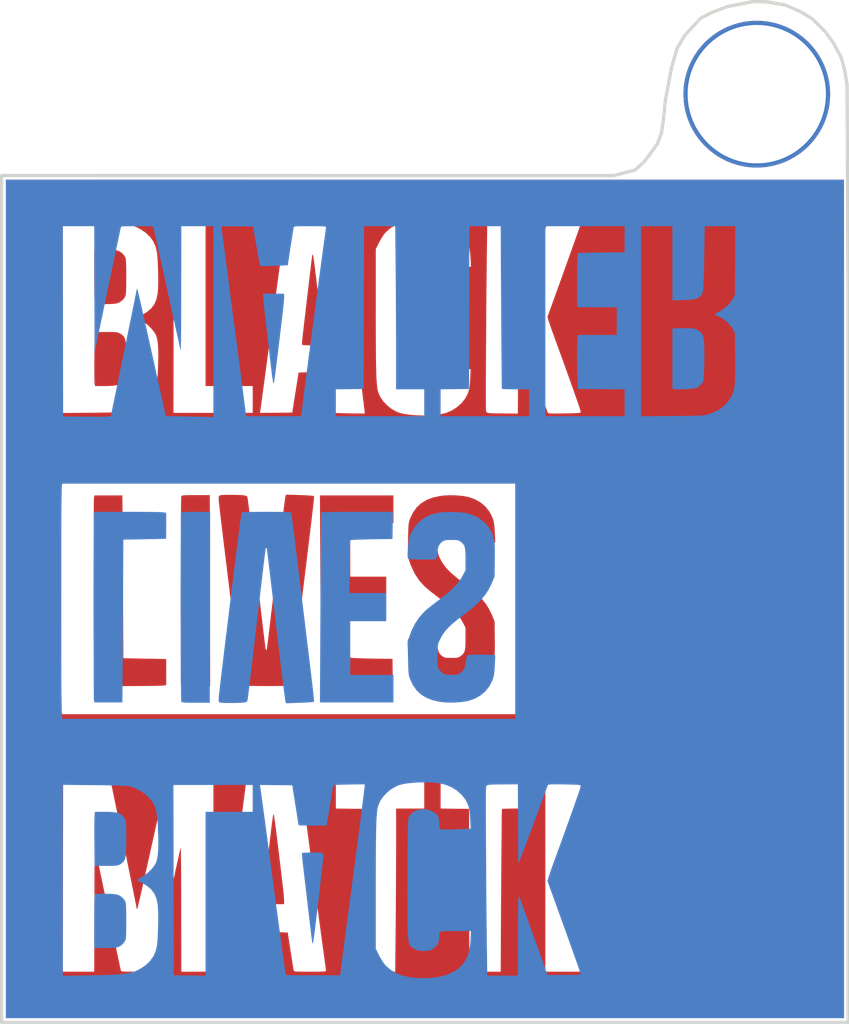
<source format=kicad_pcb>
(kicad_pcb (version 20201002) (generator pcbnew)

  (general
    (thickness 1.6)
  )

  (paper "A4")
  (layers
    (0 "F.Cu" signal)
    (31 "B.Cu" signal)
    (32 "B.Adhes" user "B.Adhesive")
    (33 "F.Adhes" user "F.Adhesive")
    (34 "B.Paste" user)
    (35 "F.Paste" user)
    (36 "B.SilkS" user "B.Silkscreen")
    (37 "F.SilkS" user "F.Silkscreen")
    (38 "B.Mask" user)
    (39 "F.Mask" user)
    (40 "Dwgs.User" user "User.Drawings")
    (41 "Cmts.User" user "User.Comments")
    (42 "Eco1.User" user "User.Eco1")
    (43 "Eco2.User" user "User.Eco2")
    (44 "Edge.Cuts" user)
    (45 "Margin" user)
    (46 "B.CrtYd" user "B.Courtyard")
    (47 "F.CrtYd" user "F.Courtyard")
    (48 "B.Fab" user)
    (49 "F.Fab" user)
  )

  (setup
    (stackup
      (layer "F.SilkS" (type "Top Silk Screen"))
      (layer "F.Paste" (type "Top Solder Paste"))
      (layer "F.Mask" (type "Top Solder Mask") (color "Green") (thickness 0.01))
      (layer "F.Cu" (type "copper") (thickness 0.035))
      (layer "dielectric 1" (type "core") (thickness 1.51) (material "FR4") (epsilon_r 4.5) (loss_tangent 0.02))
      (layer "B.Cu" (type "copper") (thickness 0.035))
      (layer "B.Mask" (type "Bottom Solder Mask") (color "Green") (thickness 0.01))
      (layer "B.Paste" (type "Bottom Solder Paste"))
      (layer "B.SilkS" (type "Bottom Silk Screen"))
      (copper_finish "None")
      (dielectric_constraints no)
    )
    (pcbplotparams
      (layerselection 0x00010fc_ffffffff)
      (usegerberextensions false)
      (usegerberattributes true)
      (usegerberadvancedattributes true)
      (creategerberjobfile true)
      (svguseinch false)
      (svgprecision 6)
      (excludeedgelayer true)
      (linewidth 0.100000)
      (plotframeref false)
      (viasonmask false)
      (mode 1)
      (useauxorigin false)
      (hpglpennumber 1)
      (hpglpenspeed 20)
      (hpglpendiameter 15.000000)
      (psnegative false)
      (psa4output false)
      (plotreference true)
      (plotvalue true)
      (plotinvisibletext false)
      (sketchpadsonfab false)
      (subtractmaskfromsilk false)
      (outputformat 1)
      (mirror false)
      (drillshape 0)
      (scaleselection 1)
      (outputdirectory "gerbers/keychain-blm-1-inch-v2")
    )
  )


  (net 0 "")

  (module "art:blm-1-inch-cu" (layer "F.Cu") (tedit 0) (tstamp d2cc7fb9-1c0e-4b40-b3af-6334d149fcc5)
    (at 133.35 107.95)
    (attr through_hole)
    (fp_text reference "G***" (at 0 0) (layer "F.SilkS") hide
      (effects (font (size 1.524 1.524) (thickness 0.3)))
      (tstamp a4a4988a-a800-4b5e-972d-7ddcec7e8220)
    )
    (fp_text value "LOGO" (at 0.75 0) (layer "F.SilkS") hide
      (effects (font (size 1.524 1.524) (thickness 0.3)))
      (tstamp 725fc935-062b-4ed5-b3a2-7aaf5608aedf)
    )
    (fp_poly (pts (xy -4.57543 6.544274)
      (xy -4.5659 6.599532)
      (xy -4.552601 6.6896)
      (xy -4.535466 6.814999)
      (xy -4.51443 6.97625)
      (xy -4.489426 7.173872)
      (xy -4.460389 7.408388)
      (xy -4.427252 7.680317)
      (xy -4.38995 7.990181)
      (xy -4.348417 8.338498)
      (xy -4.307008 8.688321)
      (xy -4.293404 8.809835)
      (xy -4.281738 8.925942)
      (xy -4.272839 9.027426)
      (xy -4.267536 9.105073)
      (xy -4.266407 9.139766)
      (xy -4.266407 9.247187)
      (xy -4.906912 9.247187)
      (xy -4.895782 9.073554)
      (xy -4.89163 9.025338)
      (xy -4.883272 8.942198)
      (xy -4.87122 8.828614)
      (xy -4.85599 8.689068)
      (xy -4.838097 8.528041)
      (xy -4.818056 8.350014)
      (xy -4.796382 8.159467)
      (xy -4.77359 7.960883)
      (xy -4.750194 7.758741)
      (xy -4.72671 7.557524)
      (xy -4.703652 7.361712)
      (xy -4.681536 7.175787)
      (xy -4.660876 7.004228)
      (xy -4.642187 6.851518)
      (xy -4.625985 6.722138)
      (xy -4.622013 6.691088)
      (xy -4.610087 6.612852)
      (xy -4.597628 6.555047)
      (xy -4.586432 6.525066)
      (xy -4.581256 6.523307)) (layer "F.Cu") (width 0) (tstamp 1db941a3-15d0-4f92-a627-4b1c4bf05fcb))
    (fp_poly (pts (xy -0.9525 -2.301875)
      (xy -2.262188 -2.301875)
      (xy -2.262188 -0.674688)
      (xy -1.170782 -0.674688)
      (xy -1.170782 0.178593)
      (xy -2.286402 0.178593)
      (xy -2.279206 0.97074)
      (xy -2.277232 1.144462)
      (xy -2.274637 1.305832)
      (xy -2.271547 1.450526)
      (xy -2.268088 1.574224)
      (xy -2.264387 1.672601)
      (xy -2.260571 1.741337)
      (xy -2.256766 1.776109)
      (xy -2.255556 1.779372)
      (xy -2.232363 1.78371)
      (xy -2.174372 1.788246)
      (xy -2.086469 1.792778)
      (xy -1.97354 1.797108)
      (xy -1.840474 1.801034)
      (xy -1.692155 1.804358)
      (xy -1.610684 1.805781)
      (xy -0.982266 1.815703)
      (xy -0.976903 2.22746)
      (xy -0.971539 2.639218)
      (xy -2.052255 2.639218)
      (xy -2.255552 2.638953)
      (xy -2.446706 2.638189)
      (xy -2.622076 2.636978)
      (xy -2.778023 2.635368)
      (xy -2.910905 2.633409)
      (xy -3.017083 2.631152)
      (xy -3.092917 2.628645)
      (xy -3.134766 2.625939)
      (xy -3.142013 2.624335)
      (xy -3.143166 2.603105)
      (xy -3.144475 2.54441)
      (xy -3.145924 2.450476)
      (xy -3.147493 2.323524)
      (xy -3.149165 2.165779)
      (xy -3.150921 1.979464)
      (xy -3.152742 1.766803)
      (xy -3.154611 1.530018)
      (xy -3.156509 1.271334)
      (xy -3.158418 0.992973)
      (xy -3.16032 0.697159)
      (xy -3.162196 0.386116)
      (xy -3.164029 0.062067)
      (xy -3.165748 -0.26293)
      (xy -3.180442 -3.135313)
      (xy -0.9525 -3.135313)) (layer "F.Cu") (width 0) (tstamp 417e70ad-adb7-4729-ab9e-f0c10d600d7d))
    (fp_poly (pts (xy -3.395222 -10.426107)
      (xy -3.388201 -10.400995)
      (xy -3.379845 -10.358522)
      (xy -3.369846 -10.296588)
      (xy -3.357895 -10.213091)
      (xy -3.343685 -10.105933)
      (xy -3.326908 -9.973013)
      (xy -3.307255 -9.812231)
      (xy -3.284418 -9.621488)
      (xy -3.258089 -9.398682)
      (xy -3.227961 -9.141715)
      (xy -3.193724 -8.848487)
      (xy -3.174756 -8.685791)
      (xy -3.153756 -8.504119)
      (xy -3.134276 -8.332681)
      (xy -3.116797 -8.175925)
      (xy -3.101799 -8.038298)
      (xy -3.089763 -7.924247)
      (xy -3.081171 -7.838219)
      (xy -3.076503 -7.784661)
      (xy -3.075782 -7.770498)
      (xy -3.080719 -7.723709)
      (xy -3.103317 -7.701353)
      (xy -3.137793 -7.691934)
      (xy -3.189441 -7.685652)
      (xy -3.264331 -7.681587)
      (xy -3.353823 -7.679626)
      (xy -3.449279 -7.679655)
      (xy -3.542056 -7.681562)
      (xy -3.623517 -7.685232)
      (xy -3.685019 -7.690552)
      (xy -3.717924 -7.697409)
      (xy -3.720839 -7.699594)
      (xy -3.724118 -7.727055)
      (xy -3.722564 -7.783925)
      (xy -3.716605 -7.860274)
      (xy -3.712068 -7.902993)
      (xy -3.691044 -8.084599)
      (xy -3.668291 -8.280291)
      (xy -3.644262 -8.486244)
      (xy -3.61941 -8.698628)
      (xy -3.594187 -8.913619)
      (xy -3.569045 -9.127389)
      (xy -3.544436 -9.336111)
      (xy -3.520813 -9.535958)
      (xy -3.498628 -9.723104)
      (xy -3.478334 -9.893722)
      (xy -3.460382 -10.043985)
      (xy -3.445226 -10.170066)
      (xy -3.433317 -10.268138)
      (xy -3.425108 -10.334374)
      (xy -3.421084 -10.364736)
      (xy -3.416117 -10.394934)
      (xy -3.411356 -10.41827)
      (xy -3.406491 -10.432644)
      (xy -3.401216 -10.435956)) (layer "F.Cu") (width 0) (tstamp 43649590-bf98-4504-9e3f-afe81ea52168))
    (fp_poly (pts (xy -9.537628 -8.086044)
      (xy -9.44421 -8.084693)
      (xy -9.37683 -8.081528)
      (xy -9.328662 -8.075804)
      (xy -9.292881 -8.066773)
      (xy -9.262664 -8.053689)
      (xy -9.237755 -8.039711)
      (xy -9.18715 -8.007765)
      (xy -9.146636 -7.975035)
      (xy -9.11508 -7.936856)
      (xy -9.091352 -7.888562)
      (xy -9.074318 -7.825487)
      (xy -9.062848 -7.742965)
      (xy -9.05581 -7.636331)
      (xy -9.052071 -7.500919)
      (xy -9.0505 -7.332064)
      (xy -9.05026 -7.266788)
      (xy -9.05002 -7.099345)
      (xy -9.050939 -6.966409)
      (xy -9.053855 -6.862805)
      (xy -9.059607 -6.783354)
      (xy -9.069034 -6.722879)
      (xy -9.082975 -6.676203)
      (xy -9.102268 -6.638146)
      (xy -9.127754 -6.603533)
      (xy -9.16027 -6.567185)
      (xy -9.164316 -6.562854)
      (xy -9.213316 -6.521817)
      (xy -9.276705 -6.49117)
      (xy -9.359923 -6.46977)
      (xy -9.468412 -6.456477)
      (xy -9.607613 -6.450148)
      (xy -9.70598 -6.449219)
      (xy -9.998819 -6.449219)
      (xy -10.010829 -6.533555)
      (xy -10.013427 -6.572499)
      (xy -10.015515 -6.646066)
      (xy -10.017056 -6.749195)
      (xy -10.01801 -6.876825)
      (xy -10.01834 -7.023894)
      (xy -10.018007 -7.185341)
      (xy -10.017006 -7.35211)
      (xy -10.011172 -8.086329)
      (xy -9.663907 -8.086329)) (layer "F.Cu") (width 0) (tstamp 46a813e9-9403-4306-9623-5a1575b24f47))
    (fp_poly (pts (xy 0.922849 -3.138134)
      (xy 1.093719 -3.125244)
      (xy 1.248093 -3.103447)
      (xy 1.331177 -3.085415)
      (xy 1.522371 -3.017722)
      (xy 1.692572 -2.920061)
      (xy 1.837813 -2.795449)
      (xy 1.954127 -2.646906)
      (xy 1.990418 -2.583855)
      (xy 2.03327 -2.496823)
      (xy 2.064908 -2.417315)
      (xy 2.087428 -2.335813)
      (xy 2.102922 -2.242798)
      (xy 2.113487 -2.128752)
      (xy 2.120929 -1.990801)
      (xy 2.133203 -1.709493)
      (xy 2.076152 -1.698106)
      (xy 2.038041 -1.694386)
      (xy 1.967969 -1.691176)
      (xy 1.87366 -1.688689)
      (xy 1.76284 -1.687139)
      (xy 1.665811 -1.686719)
      (xy 1.53207 -1.687378)
      (xy 1.432885 -1.689605)
      (xy 1.363142 -1.693778)
      (xy 1.317729 -1.700275)
      (xy 1.291533 -1.709473)
      (xy 1.284351 -1.714891)
      (xy 1.267831 -1.749573)
      (xy 1.253376 -1.812854)
      (xy 1.244103 -1.887105)
      (xy 1.221275 -2.027026)
      (xy 1.177899 -2.135398)
      (xy 1.112193 -2.215639)
      (xy 1.051231 -2.257292)
      (xy 1.003241 -2.2803)
      (xy 0.957502 -2.293796)
      (xy 0.901824 -2.299628)
      (xy 0.824022 -2.299645)
      (xy 0.780664 -2.298321)
      (xy 0.692355 -2.294236)
      (xy 0.632595 -2.287502)
      (xy 0.590248 -2.275229)
      (xy 0.554178 -2.254527)
      (xy 0.524785 -2.231925)
      (xy 0.47305 -2.187146)
      (xy 0.43482 -2.144)
      (xy 0.408227 -2.095664)
      (xy 0.391404 -2.035315)
      (xy 0.382486 -1.956131)
      (xy 0.379603 -1.851289)
      (xy 0.38089 -1.713966)
      (xy 0.381023 -1.706563)
      (xy 0.383471 -1.584916)
      (xy 0.386547 -1.494913)
      (xy 0.391461 -1.428515)
      (xy 0.399425 -1.377681)
      (xy 0.41165 -1.334373)
      (xy 0.429347 -1.290551)
      (xy 0.450584 -1.244807)
      (xy 0.506019 -1.138316)
      (xy 0.569491 -1.038883)
      (xy 0.645111 -0.942245)
      (xy 0.736991 -0.844139)
      (xy 0.849243 -0.740301)
      (xy 0.985978 -0.626469)
      (xy 1.151307 -0.498379)
      (xy 1.22039 -0.446637)
      (xy 1.419695 -0.29156)
      (xy 1.586478 -0.14562)
      (xy 1.725208 -0.003571)
      (xy 1.840354 0.139828)
      (xy 1.936385 0.289821)
      (xy 2.01777 0.451652)
      (xy 2.049244 0.525859)
      (xy 2.113359 0.684609)
      (xy 2.119279 1.186399)
      (xy 2.120753 1.352874)
      (xy 2.120651 1.485276)
      (xy 2.118749 1.589198)
      (xy 2.114821 1.670232)
      (xy 2.108643 1.733971)
      (xy 2.09999 1.786007)
      (xy 2.094141 1.811477)
      (xy 2.025988 2.009209)
      (xy 1.927754 2.181085)
      (xy 1.799622 2.326928)
      (xy 1.641773 2.446559)
      (xy 1.454389 2.539799)
      (xy 1.299765 2.590904)
      (xy 1.215193 2.60714)
      (xy 1.101411 2.619573)
      (xy 0.968739 2.627965)
      (xy 0.827495 2.632077)
      (xy 0.687997 2.63167)
      (xy 0.560564 2.626507)
      (xy 0.455513 2.616347)
      (xy 0.423866 2.611175)
      (xy 0.258747 2.573838)
      (xy 0.122596 2.528174)
      (xy 0.004826 2.469131)
      (xy -0.105148 2.39166)
      (xy -0.188022 2.319227)
      (xy -0.315532 2.174126)
      (xy -0.413024 2.00795)
      (xy -0.476735 1.827944)
      (xy -0.495916 1.726406)
      (xy -0.506839 1.627148)
      (xy -0.5148 1.523114)
      (xy -0.519583 1.422526)
      (xy -0.520971 1.333606)
      (xy -0.518747 1.264578)
      (xy -0.512694 1.223665)
      (xy -0.509333 1.217187)
      (xy -0.484067 1.210834)
      (xy -0.426478 1.205272)
      (xy -0.343872 1.200599)
      (xy -0.24355 1.196913)
      (xy -0.132817 1.19431)
      (xy -0.018975 1.192886)
      (xy 0.090671 1.19274)
      (xy 0.188819 1.193968)
      (xy 0.268165 1.196667)
      (xy 0.321405 1.200935)
      (xy 0.340709 1.205896)
      (xy 0.351351 1.233563)
      (xy 0.362677 1.290199)
      (xy 0.372705 1.365178)
      (xy 0.375336 1.39152)
      (xy 0.391917 1.513029)
      (xy 0.418608 1.603755)
      (xy 0.459196 1.672093)
      (xy 0.517471 1.72644)
      (xy 0.530681 1.735759)
      (xy 0.568448 1.758957)
      (xy 0.606035 1.773689)
      (xy 0.653754 1.781839)
      (xy 0.721913 1.78529)
      (xy 0.8053 1.785937)
      (xy 0.898035 1.785228)
      (xy 0.961442 1.78169)
      (xy 1.005876 1.773204)
      (xy 1.04169 1.757653)
      (xy 1.079239 1.732919)
      (xy 1.085073 1.728712)
      (xy 1.134131 1.689677)
      (xy 1.170828 1.649206)
      (xy 1.196918 1.600934)
      (xy 1.214156 1.538497)
      (xy 1.224298 1.45553)
      (xy 1.229098 1.345668)
      (xy 1.230312 1.202546)
      (xy 1.230312 0.872134)
      (xy 1.162466 0.738684)
      (xy 1.096056 0.620862)
      (xy 1.018366 0.509136)
      (xy 0.925056 0.398999)
      (xy 0.811788 0.285944)
      (xy 0.674224 0.165464)
      (xy 0.508027 0.03305)
      (xy 0.416718 -0.036137)
      (xy 0.311075 -0.116378)
      (xy 0.207665 -0.197142)
      (xy 0.114194 -0.27225)
      (xy 0.038367 -0.335523)
      (xy -0.007288 -0.376166)
      (xy -0.17275 -0.55838)
      (xy -0.310566 -0.766787)
      (xy -0.421937 -1.003357)
      (xy -0.467498 -1.131018)
      (xy -0.520935 -1.296089)
      (xy -0.511232 -1.794021)
      (xy -0.50801 -1.949196)
      (xy -0.504757 -2.070596)
      (xy -0.50092 -2.164132)
      (xy -0.495944 -2.235713)
      (xy -0.489276 -2.29125)
      (xy -0.480364 -2.336652)
      (xy -0.468652 -2.377829)
      (xy -0.453589 -2.42069)
      (xy -0.452179 -2.424484)
      (xy -0.365312 -2.610805)
      (xy -0.253808 -2.767884)
      (xy -0.11655 -2.896482)
      (xy 0.047576 -2.997361)
      (xy 0.239685 -3.071283)
      (xy 0.460893 -3.119007)
      (xy 0.586664 -3.133626)
      (xy 0.749244 -3.141225)) (layer "F.Cu") (width 0) (tstamp 4b1a0cb7-b19a-4628-806b-b3ff720b6ec7))
    (fp_poly (pts (xy -3.794501 -3.146861)
      (xy -3.670437 -3.141926)
      (xy -3.559896 -3.136251)
      (xy -3.469006 -3.130253)
      (xy -3.403895 -3.124354)
      (xy -3.370689 -3.118972)
      (xy -3.368 -3.117673)
      (xy -3.36516 -3.114353)
      (xy -3.362887 -3.109044)
      (xy -3.36141 -3.099748)
      (xy -3.360953 -3.084467)
      (xy -3.361742 -3.061202)
      (xy -3.364004 -3.027955)
      (xy -3.367965 -2.982729)
      (xy -3.373851 -2.923526)
      (xy -3.381887 -2.848347)
      (xy -3.3923 -2.755194)
      (xy -3.405315 -2.642069)
      (xy -3.42116 -2.506974)
      (xy -3.440059 -2.347912)
      (xy -3.462238 -2.162884)
      (xy -3.487925 -1.949891)
      (xy -3.517344 -1.706937)
      (xy -3.550721 -1.432022)
      (xy -3.588284 -1.12315)
      (xy -3.630257 -0.778321)
      (xy -3.663414 -0.506016)
      (xy -3.700181 -0.204082)
      (xy -3.736472 0.093948)
      (xy -3.771895 0.38485)
      (xy -3.806057 0.665396)
      (xy -3.838565 0.932362)
      (xy -3.869027 1.18252)
      (xy -3.897049 1.412644)
      (xy -3.922238 1.619509)
      (xy -3.944203 1.799889)
      (xy -3.96255 1.950558)
      (xy -3.976885 2.068289)
      (xy -3.986818 2.149857)
      (xy -3.986834 2.149993)
      (xy -4.007647 2.313902)
      (xy -4.025708 2.440485)
      (xy -4.04141 2.531981)
      (xy -4.055149 2.590626)
      (xy -4.067318 2.618658)
      (xy -4.069885 2.620979)
      (xy -4.096807 2.62586)
      (xy -4.157318 2.629965)
      (xy -4.246021 2.633303)
      (xy -4.357517 2.63588)
      (xy -4.486407 2.637706)
      (xy -4.627295 2.638789)
      (xy -4.774781 2.639136)
      (xy -4.923467 2.638756)
      (xy -5.067956 2.637657)
      (xy -5.202848 2.635847)
      (xy -5.322746 2.633335)
      (xy -5.422252 2.630128)
      (xy -5.495967 2.626236)
      (xy -5.538493 2.621665)
      (xy -5.54672 2.618742)
      (xy -5.551317 2.607832)
      (xy -5.556712 2.587614)
      (xy -5.563175 2.556044)
      (xy -5.570976 2.511078)
      (xy -5.580384 2.450673)
      (xy -5.591668 2.372783)
      (xy -5.605099 2.275366)
      (xy -5.620945 2.156378)
      (xy -5.639477 2.013774)
      (xy -5.660963 1.845511)
      (xy -5.685674 1.649545)
      (xy -5.713878 1.423832)
      (xy -5.745846 1.166328)
      (xy -5.781847 0.874988)
      (xy -5.82215 0.54777)
      (xy -5.854116 0.287734)
      (xy -5.906354 -0.137629)
      (xy -5.953928 -0.525354)
      (xy -5.997046 -0.877192)
      (xy -6.035916 -1.194892)
      (xy -6.070746 -1.480205)
      (xy -6.101745 -1.73488)
      (xy -6.129119 -1.960667)
      (xy -6.153078 -2.159316)
      (xy -6.173829 -2.332578)
      (xy -6.191581 -2.482202)
      (xy -6.20654 -2.609938)
      (xy -6.218917 -2.717536)
      (xy -6.228918 -2.806746)
      (xy -6.236751 -2.879317)
      (xy -6.242626 -2.937001)
      (xy -6.246748 -2.981546)
      (xy -6.249328 -3.014703)
      (xy -6.250572 -3.038221)
      (xy -6.250765 -3.048497)
      (xy -6.248025 -3.101291)
      (xy -6.234048 -3.127551)
      (xy -6.20024 -3.140346)
      (xy -6.18877 -3.142754)
      (xy -6.140323 -3.147897)
      (xy -6.061659 -3.151285)
      (xy -5.962208 -3.152975)
      (xy -5.8514 -3.153023)
      (xy -5.738665 -3.151487)
      (xy -5.633432 -3.148423)
      (xy -5.545132 -3.143887)
      (xy -5.48749 -3.138536)
      (xy -5.428264 -3.128546)
      (xy -5.396613 -3.113354)
      (xy -5.380574 -3.084306)
      (xy -5.373312 -3.055938)
      (xy -5.368631 -3.025798)
      (xy -5.35977 -2.959315)
      (xy -5.347102 -2.859572)
      (xy -5.330999 -2.729653)
      (xy -5.311835 -2.57264)
      (xy -5.289983 -2.391616)
      (xy -5.265816 -2.189663)
      (xy -5.239707 -1.969866)
      (xy -5.212029 -1.735306)
      (xy -5.183156 -1.489066)
      (xy -5.169167 -1.369219)
      (xy -5.123204 -0.974854)
      (xy -5.081611 -0.61802)
      (xy -5.044156 -0.296831)
      (xy -5.010608 -0.009396)
      (xy -4.980738 0.246171)
      (xy -4.954314 0.471759)
      (xy -4.931105 0.669256)
      (xy -4.910882 0.84055)
      (xy -4.893412 0.98753)
      (xy -4.878466 1.112084)
      (xy -4.865813 1.216099)
      (xy -4.855222 1.301465)
      (xy -4.846462 1.370069)
      (xy -4.839303 1.423799)
      (xy -4.833514 1.464544)
      (xy -4.828864 1.494191)
      (xy -4.825123 1.51463)
      (xy -4.822059 1.527748)
      (xy -4.819443 1.535433)
      (xy -4.817043 1.539574)
      (xy -4.814629 1.542059)
      (xy -4.813308 1.543307)
      (xy -4.794599 1.546678)
      (xy -4.794039 1.546158)
      (xy -4.790715 1.525769)
      (xy -4.783087 1.468418)
      (xy -4.77145 1.37656)
      (xy -4.756101 1.252654)
      (xy -4.737335 1.099157)
      (xy -4.71545 0.918526)
      (xy -4.690741 0.713217)
      (xy -4.663504 0.485689)
      (xy -4.634035 0.238398)
      (xy -4.602631 -0.026198)
      (xy -4.569587 -0.305643)
      (xy -4.535201 -0.59748)
      (xy -4.516432 -0.757191)
      (xy -4.481267 -1.055683)
      (xy -4.44709 -1.343783)
      (xy -4.414213 -1.618967)
      (xy -4.382948 -1.878712)
      (xy -4.353607 -2.120495)
      (xy -4.326502 -2.341792)
      (xy -4.301943 -2.540079)
      (xy -4.280242 -2.712834)
      (xy -4.261712 -2.857532)
      (xy -4.246664 -2.97165)
      (xy -4.235408 -3.052665)
      (xy -4.228258 -3.098053)
      (xy -4.226308 -3.10663)
      (xy -4.205641 -3.160986)) (layer "F.Cu") (width 0) (tstamp 510ba7e8-954d-4789-9f7c-cebf039b5d6c))
    (fp_poly (pts (xy -6.513645 -0.253008)
      (xy -6.508618 2.639218)
      (xy -6.943124 2.639218)
      (xy -7.087149 2.638908)
      (xy -7.196346 2.637748)
      (xy -7.275571 2.635399)
      (xy -7.329681 2.631517)
      (xy -7.363532 2.625763)
      (xy -7.38198 2.617795)
      (xy -7.389674 2.60783)
      (xy -7.391694 2.582995)
      (xy -7.39352 2.521343)
      (xy -7.395157 2.425594)
      (xy -7.396607 2.298472)
      (xy -7.397874 2.142696)
      (xy -7.398962 1.960991)
      (xy -7.399874 1.756076)
      (xy -7.400614 1.530674)
      (xy -7.401184 1.287508)
      (xy -7.40159 1.029298)
      (xy -7.401834 0.758766)
      (xy -7.401919 0.478635)
      (xy -7.401849 0.191626)
      (xy -7.401629 -0.099539)
      (xy -7.40126 -0.392138)
      (xy -7.400747 -0.683449)
      (xy -7.400093 -0.97075)
      (xy -7.399302 -1.251321)
      (xy -7.398377 -1.522437)
      (xy -7.397322 -1.781379)
      (xy -7.39614 -2.025424)
      (xy -7.394835 -2.25185)
      (xy -7.393409 -2.457936)
      (xy -7.391868 -2.640959)
      (xy -7.390214 -2.798198)
      (xy -7.38845 -2.926931)
      (xy -7.386581 -3.024436)
      (xy -7.384609 -3.087991)
      (xy -7.382539 -3.114874)
      (xy -7.382309 -3.115469)
      (xy -7.370342 -3.125561)
      (xy -7.345656 -3.133155)
      (xy -7.303379 -3.138581)
      (xy -7.238639 -3.142166)
      (xy -7.146563 -3.144239)
      (xy -7.022278 -3.14513)
      (xy -6.94109 -3.145235)
      (xy -6.518672 -3.145235)) (layer "F.Cu") (width 0) (tstamp af25ba3c-f842-4c82-a153-421e3398cf7e))
    (fp_poly (pts (xy 7.779543 6.350168)
      (xy 7.886674 6.354373)
      (xy 7.99463 6.361043)
      (xy 8.094368 6.369672)
      (xy 8.176844 6.379754)
      (xy 8.233016 6.390782)
      (xy 8.24798 6.396263)
      (xy 8.318942 6.446858)
      (xy 8.387179 6.517549)
      (xy 8.433196 6.585648)
      (xy 8.441301 6.620822)
      (xy 8.448655 6.689441)
      (xy 8.455139 6.785265)
      (xy 8.460633 6.902056)
      (xy 8.465017 7.033576)
      (xy 8.468172 7.173586)
      (xy 8.469978 7.315849)
      (xy 8.470315 7.454125)
      (xy 8.469063 7.582176)
      (xy 8.466104 7.693765)
      (xy 8.461316 7.782651)
      (xy 8.457009 7.826534)
      (xy 8.438411 7.9324)
      (xy 8.410494 8.010054)
      (xy 8.366927 8.070859)
      (xy 8.301381 8.126178)
      (xy 8.282895 8.139072)
      (xy 8.244587 8.162775)
      (xy 8.206306 8.178605)
      (xy 8.158263 8.18854)
      (xy 8.090669 8.194558)
      (xy 7.993737 8.198637)
      (xy 7.987109 8.198853)
      (xy 7.880283 8.201278)
      (xy 7.77157 8.202046)
      (xy 7.677049 8.201115)
      (xy 7.634882 8.199772)
      (xy 7.500937 8.193655)
      (xy 7.500937 6.370599)
      (xy 7.553523 6.357401)
      (xy 7.603925 6.351176)
      (xy 7.682279 6.348933)) (layer "F.Cu") (width 0) (tstamp bd7f89be-b646-4bce-9e87-3d86a3fc51dd))
    (fp_poly (pts (xy 12.7 12.7)
      (xy -12.7 12.7)
      (xy -12.7 11.291803)
      (xy -6.173338 11.291803)
      (xy -5.691162 11.286487)
      (xy -5.208985 11.281171)
      (xy -5.105792 10.695781)
      (xy -5.079822 10.548159)
      (xy -5.056183 10.413215)
      (xy -5.035734 10.295892)
      (xy -5.019331 10.201132)
      (xy -5.007833 10.133879)
      (xy -5.002098 10.099076)
      (xy -5.001612 10.095507)
      (xy -4.981326 10.087256)
      (xy -4.922369 10.082546)
      (xy -4.825598 10.081381)
      (xy -4.691873 10.083763)
      (xy -4.522051 10.089696)
      (xy -4.434608 10.093501)
      (xy -4.156325 10.106233)
      (xy -4.070665 10.663937)
      (xy -4.048174 10.809446)
      (xy -4.027224 10.943247)
      (xy -4.008673 11.059997)
      (xy -3.993379 11.154352)
      (xy -3.9822 11.220968)
      (xy -3.975994 11.254502)
      (xy -3.97554 11.256367)
      (xy -3.969856 11.267227)
      (xy -3.956355 11.275567)
      (xy -3.93036 11.281717)
      (xy -3.887198 11.286003)
      (xy -3.822195 11.288755)
      (xy -3.730674 11.290301)
      (xy -3.607963 11.29097)
      (xy -3.481241 11.291093)
      (xy -3.323306 11.290654)
      (xy -3.201304 11.289208)
      (xy -3.111487 11.286559)
      (xy -3.050108 11.282516)
      (xy -3.013421 11.276883)
      (xy -2.997679 11.269466)
      (xy -2.996407 11.265992)
      (xy -2.999078 11.240143)
      (xy -3.006592 11.180597)
      (xy -3.0182 11.092949)
      (xy -3.033152 10.982795)
      (xy -3.050699 10.855728)
      (xy -3.06618 10.745094)
      (xy -3.083485 10.620777)
      (xy -3.105031 10.463814)
      (xy -3.129912 10.280912)
      (xy -3.157226 10.078775)
      (xy -3.186067 9.864112)
      (xy -3.215531 9.643627)
      (xy -3.244715 9.424028)
      (xy -3.265468 9.267031)
      (xy -3.296554 9.031357)
      (xy -3.330747 8.772294)
      (xy -3.366741 8.499732)
      (xy -3.403227 8.223559)
      (xy -3.438901 7.953663)
      (xy -3.472456 7.699935)
      (xy -3.502584 7.472262)
      (xy -3.511924 7.401718)
      (xy -3.53864 7.199035)
      (xy -3.56573 6.991764)
      (xy -3.592307 6.786817)
      (xy -3.617483 6.591105)
      (xy -3.64037 6.411539)
      (xy -3.660081 6.25503)
      (xy -3.675728 6.128489)
      (xy -3.680144 6.092031)
      (xy -3.695873 5.962172)
      (xy -3.710646 5.842082)
      (xy -3.7236 5.738629)
      (xy -3.733871 5.658685)
      (xy -3.740598 5.609118)
      (xy -3.741844 5.600898)
      (xy -3.752268 5.536406)
      (xy -2.69875 5.536406)
      (xy -2.69875 6.34921)
      (xy -2.277071 6.354566)
      (xy -1.855391 6.359921)
      (xy -1.850353 8.825507)
      (xy -1.845314 11.291093)
      (xy -0.899484 11.291093)
      (xy -0.886321 9.996289)
      (xy -0.883795 9.725933)
      (xy -0.881427 9.430279)
      (xy -0.879265 9.118126)
      (xy -0.877356 8.798272)
      (xy -0.875745 8.479515)
      (xy -0.874482 8.170654)
      (xy -0.873611 7.880487)
      (xy -0.873181 7.617814)
      (xy -0.873142 7.525742)
      (xy -0.873125 6.35)
      (xy -0.019844 6.35)
      (xy -0.019844 5.536406)
      (xy 0.47625 5.536406)
      (xy 0.47625 6.349226)
      (xy 0.907851 6.354573)
      (xy 1.339453 6.359921)
      (xy 1.344491 8.825507)
      (xy 1.34953 11.291093)
      (xy 2.296562 11.291093)
      (xy 2.311238 8.835429)
      (xy 2.313156 8.526434)
      (xy 2.315143 8.228436)
      (xy 2.317176 7.943844)
      (xy 2.319234 7.675065)
      (xy 2.321291 7.424506)
      (xy 2.323327 7.194574)
      (xy 2.325316 6.987678)
      (xy 2.327237 6.806225)
      (xy 2.329067 6.652622)
      (xy 2.330781 6.529277)
      (xy 2.332357 6.438597)
      (xy 2.333773 6.382989)
      (xy 2.334909 6.364882)
      (xy 2.356576 6.360395)
      (xy 2.411878 6.35645)
      (xy 2.494765 6.353265)
      (xy 2.599186 6.351056)
      (xy 2.719089 6.350041)
      (xy 2.74953 6.35)
      (xy 3.155156 6.35)
      (xy 3.155156 5.536406)
      (xy 3.65125 5.536406)
      (xy 3.65125 11.291093)
      (xy 6.052343 11.291093)
      (xy 6.548437 11.291093)
      (xy 7.500937 11.291093)
      (xy 7.500937 9.044671)
      (xy 7.823398 9.052326)
      (xy 7.97474 9.057953)
      (xy 8.092878 9.067854)
      (xy 8.184212 9.083667)
      (xy 8.255137 9.10703)
      (xy 8.312051 9.139585)
      (xy 8.361351 9.182968)
      (xy 8.370263 9.192437)
      (xy 8.387849 9.215204)
      (xy 8.402874 9.244412)
      (xy 8.415599 9.283309)
      (xy 8.426284 9.335144)
      (xy 8.435191 9.403167)
      (xy 8.442582 9.490625)
      (xy 8.448716 9.600768)
      (xy 8.453856 9.736843)
      (xy 8.458263 9.902102)
      (xy 8.462198 10.09979)
      (xy 8.465921 10.333159)
      (xy 8.466788 10.393164)
      (xy 8.479576 11.291093)
      (xy 9.407599 11.291093)
      (xy 9.396015 9.217421)
      (xy 9.340567 9.104509)
      (xy 9.278086 9.00636)
      (xy 9.189815 8.905933)
      (xy 9.086114 8.812425)
      (xy 8.977343 8.73503)
      (xy 8.873862 8.682944)
      (xy 8.860234 8.678145)
      (xy 8.818818 8.657118)
      (xy 8.800732 8.633372)
      (xy 8.800703 8.63254)
      (xy 8.804321 8.615195)
      (xy 8.819871 8.598576)
      (xy 8.854392 8.578061)
      (xy 8.914924 8.549029)
      (xy 8.956989 8.529945)
      (xy 9.059117 8.469644)
      (xy 9.163038 8.384017)
      (xy 9.256634 8.284766)
      (xy 9.327791 8.183596)
      (xy 9.340688 8.159304)
      (xy 9.396015 8.04664)
      (xy 9.402294 7.304644)
      (xy 9.40381 7.085718)
      (xy 9.404038 6.902084)
      (xy 9.402536 6.749355)
      (xy 9.398864 6.623142)
      (xy 9.39258 6.519059)
      (xy 9.383244 6.432718)
      (xy 9.370416 6.359733)
      (xy 9.353654 6.295716)
      (xy 9.332519 6.236281)
      (xy 9.306568 6.177039)
      (xy 9.284453 6.131639)
      (xy 9.180823 5.968075)
      (xy 9.045949 5.828866)
      (xy 8.880063 5.714191)
      (xy 8.683396 5.624229)
      (xy 8.592202 5.594016)
      (xy 8.556434 5.583735)
      (xy 8.521399 5.575127)
      (xy 8.48323 5.568005)
      (xy 8.438065 5.562184)
      (xy 8.382039 5.557479)
      (xy 8.311288 5.553703)
      (xy 8.221946 5.550672)
      (xy 8.110151 5.548199)
      (xy 7.972037 5.546099)
      (xy 7.80374 5.544186)
      (xy 7.601396 5.542274)
      (xy 7.495976 5.541345)
      (xy 6.548437 5.533093)
      (xy 6.548437 11.291093)
      (xy 6.052343 11.291093)
      (xy 6.052343 10.500065)
      (xy 5.349519 10.493743)
      (xy 5.186104 10.491826)
      (xy 5.035223 10.489197)
      (xy 4.90148 10.486003)
      (xy 4.78948 10.482389)
      (xy 4.703828 10.478502)
      (xy 4.649129 10.474488)
      (xy 4.630183 10.470901)
      (xy 4.626603 10.448084)
      (xy 4.623289 10.38986)
      (xy 4.620329 10.300509)
      (xy 4.617808 10.184313)
      (xy 4.61581 10.045551)
      (xy 4.614424 9.888504)
      (xy 4.613733 9.717452)
      (xy 4.613671 9.647385)
      (xy 4.613671 8.84039)
      (xy 5.213945 8.835138)
      (xy 5.814218 8.829886)
      (xy 5.814218 7.997031)
      (xy 4.627719 7.997031)
      (xy 4.613407 7.710732)
      (xy 4.610084 7.608873)
      (xy 4.608452 7.4769)
      (xy 4.608478 7.324347)
      (xy 4.610127 7.16075)
      (xy 4.613367 6.995644)
      (xy 4.616305 6.892177)
      (xy 4.633515 6.359921)
      (xy 5.342929 6.35471)
      (xy 6.052343 6.349498)
      (xy 6.052343 5.536406)
      (xy 3.65125 5.536406)
      (xy 3.155156 5.536406)
      (xy 0.47625 5.536406)
      (xy -0.019844 5.536406)
      (xy -2.69875 5.536406)
      (xy -3.752268 5.536406)
      (xy -5.414912 5.536406)
      (xy -5.426643 5.620742)
      (xy -5.431367 5.656139)
      (xy -5.440641 5.726944)
      (xy -5.453953 5.829202)
      (xy -5.47079 5.958956)
      (xy -5.490641 6.112252)
      (xy -5.512992 6.285134)
      (xy -5.537331 6.473646)
      (xy -5.563146 6.673833)
      (xy -5.576392 6.77664)
      (xy -5.610258 7.039494)
      (xy -5.639508 7.266314)
      (xy -5.66458 7.460431)
      (xy -5.68591 7.625176)
      (xy -5.703937 7.763878)
      (xy -5.719098 7.87987)
      (xy -5.731829 7.976482)
      (xy -5.742568 8.057044)
      (xy -5.751753 8.124887)
      (xy -5.75982 8.183341)
      (xy -5.767208 8.235739)
      (xy -5.774353 8.285409)
      (xy -5.775701 8.294687)
      (xy -5.782477 8.343463)
      (xy -5.79363 8.426367)
      (xy -5.808468 8.538164)
      (xy -5.826304 8.673618)
      (xy -5.846449 8.827495)
      (xy -5.868213 8.994559)
      (xy -5.890906 9.169576)
      (xy -5.893245 9.187656)
      (xy -5.916106 9.364221)
      (xy -5.938183 9.534259)
      (xy -5.958769 9.692369)
      (xy -5.97716 9.833152)
      (xy -5.99265 9.951208)
      (xy -6.004533 10.041138)
      (xy -6.012104 10.097541)
      (xy -6.012505 10.100468)
      (xy -6.02114 10.164364)
      (xy -6.03379 10.259499)
      (xy -6.049385 10.37775)
      (xy -6.066856 10.510995)
      (xy -6.085132 10.651113)
      (xy -6.092226 10.705703)
      (xy -6.109732 10.839751)
      (xy -6.126157 10.963985)
      (xy -6.140618 11.071847)
      (xy -6.152232 11.156778)
      (xy -6.160115 11.212222)
      (xy -6.162403 11.226956)
      (xy -6.173338 11.291803)
      (xy -12.7 11.291803)
      (xy -12.7 11.291093)
      (xy -10.973727 11.291093)
      (xy -10.021292 11.291093)
      (xy -10.016232 9.373657)
      (xy -10.011172 7.456222)
      (xy -9.617703 9.338931)
      (xy -9.56173 9.606639)
      (xy -9.507936 9.863692)
      (xy -9.456892 10.10738)
      (xy -9.409166 10.334999)
      (xy -9.365327 10.543839)
      (xy -9.325944 10.731196)
      (xy -9.291588 10.894361)
      (xy -9.262827 11.030627)
      (xy -9.24023 11.137288)
      (xy -9.224366 11.211637)
      (xy -9.215805 11.250966)
      (xy -9.21453 11.256367)
      (xy -9.208758 11.267241)
      (xy -9.195165 11.275588)
      (xy -9.169066 11.281739)
      (xy -9.125779 11.286024)
      (xy -9.06062 11.288771)
      (xy -8.968905 11.290311)
      (xy -8.845951 11.290973)
      (xy -8.721329 11.291093)
      (xy -8.569847 11.290896)
      (xy -8.45336 11.290083)
      (xy -8.367177 11.288325)
      (xy -8.306606 11.285293)
      (xy -8.266957 11.280656)
      (xy -8.243538 11.274085)
      (xy -8.231657 11.265249)
      (xy -8.227319 11.256367)
      (xy -8.221625 11.232336)
      (xy -8.208038 11.172288)
      (xy -8.187168 11.078974)
      (xy -8.159623 10.955143)
      (xy -8.126011 10.803547)
      (xy -8.086939 10.626933)
      (xy -8.043017 10.428054)
      (xy -7.994853 10.209658)
      (xy -7.943055 9.974496)
      (xy -7.88823 9.725318)
      (xy -7.830988 9.464874)
      (xy -7.818043 9.405937)
      (xy -7.760193 9.142712)
      (xy -7.704507 8.889684)
      (xy -7.651603 8.649654)
      (xy -7.602104 8.425421)
      (xy -7.556629 8.219786)
      (xy -7.515799 8.035547)
      (xy -7.480235 7.875504)
      (xy -7.450558 7.742458)
      (xy -7.427388 7.639209)
      (xy -7.411346 7.568555)
      (xy -7.403052 7.533298)
      (xy -7.402367 7.530703)
      (xy -7.399825 7.541067)
      (xy -7.397382 7.588831)
      (xy -7.395063 7.67171)
      (xy -7.392891 7.787417)
      (xy -7.390888 7.933665)
      (xy -7.389078 8.108168)
      (xy -7.387483 8.308639)
      (xy -7.386128 8.532791)
      (xy -7.385034 8.778339)
      (xy -7.384225 9.042995)
      (xy -7.383725 9.324472)
      (xy -7.383665 9.381132)
      (xy -7.381875 11.291093)
      (xy -6.409532 11.291093)
      (xy -6.409532 5.510435)
      (xy -7.128453 5.52466)
      (xy -7.293035 5.528014)
      (xy -7.444495 5.531289)
      (xy -7.578398 5.534374)
      (xy -7.690314 5.537159)
      (xy -7.775809 5.539534)
      (xy -7.830451 5.541389)
      (xy -7.849803 5.542606)
      (xy -7.854348 5.562076)
      (xy -7.866894 5.617664)
      (xy -7.886856 5.70674)
      (xy -7.913649 5.826676)
      (xy -7.946687 5.974842)
      (xy -7.985384 6.148607)
      (xy -8.029156 6.345344)
      (xy -8.077417 6.562422)
      (xy -8.129582 6.797212)
      (xy -8.185064 7.047085)
      (xy -8.243279 7.30941)
      (xy -8.27256 7.441406)
      (xy -8.345842 7.771536)
      (xy -8.411081 8.064802)
      (xy -8.468722 8.323105)
      (xy -8.519212 8.548349)
      (xy -8.562996 8.742439)
      (xy -8.60052 8.907277)
      (xy -8.632231 9.044766)
      (xy -8.658573 9.156811)
      (xy -8.679992 9.245315)
      (xy -8.696935 9.312181)
      (xy -8.709847 9.359313)
      (xy -8.719174 9.388615)
      (xy -8.725362 9.401989)
      (xy -8.728857 9.401339)
      (xy -8.729907 9.394107)
      (xy -8.734031 9.37148)
      (xy -8.745502 9.313211)
      (xy -8.763657 9.222531)
      (xy -8.787834 9.10267)
      (xy -8.817374 8.956856)
      (xy -8.851612 8.78832)
      (xy -8.889888 8.600292)
      (xy -8.931541 8.396002)
      (xy -8.975908 8.178679)
      (xy -9.022328 7.951553)
      (xy -9.070138 7.717854)
      (xy -9.118678 7.480812)
      (xy -9.167286 7.243657)
      (xy -9.2153 7.009618)
      (xy -9.262058 6.781925)
      (xy -9.306898 6.563809)
      (xy -9.34916 6.358499)
      (xy -9.38818 6.169224)
      (xy -9.423299 5.999215)
      (xy -9.453852 5.851701)
      (xy -9.47918 5.729913)
      (xy -9.498621 5.637079)
      (xy -9.511512 5.576431)
      (xy -9.517192 5.551197)
      (xy -9.517238 5.551043)
      (xy -9.522137 5.541894)
      (xy -9.533276 5.534546)
      (xy -9.554496 5.528841)
      (xy -9.589636 5.524622)
      (xy -9.642537 5.521732)
      (xy -9.717041 5.520015)
      (xy -9.816987 5.519314)
      (xy -9.946215 5.519471)
      (xy -10.108567 5.520329)
      (xy -10.245752 5.521277)
      (xy -10.963672 5.526484)
      (xy -10.9687 8.408789)
      (xy -10.973727 11.291093)
      (xy -12.7 11.291093)
      (xy -12.7 0.257599)
      (xy -11.022871 0.257599)
      (xy -11.022781 0.576642)
      (xy -11.022557 0.891169)
      (xy -11.022198 1.198652)
      (xy -11.021703 1.496563)
      (xy -11.021074 1.782374)
      (xy -11.020308 2.053557)
      (xy -11.019407 2.307584)
      (xy -11.018368 2.541925)
      (xy -11.017193 2.754055)
      (xy -11.01588 2.941443)
      (xy -11.014429 3.101563)
      (xy -11.01284 3.231885)
      (xy -11.011112 3.329882)
      (xy -11.009246 3.393026)
      (xy -11.007422 3.418085)
      (xy -10.99164 3.4925)
      (xy 2.738437 3.4925)
      (xy 2.738437 -3.631407)
      (xy -10.989523 -3.631407)
      (xy -11.006363 -3.398243)
      (xy -11.008369 -3.350778)
      (xy -11.010247 -3.267378)
      (xy -11.011996 -3.150572)
      (xy -11.013616 -3.002887)
      (xy -11.015108 -2.826852)
      (xy -11.016469 -2.624995)
      (xy -11.017701 -2.399844)
      (xy -11.018802 -2.153927)
      (xy -11.019773 -1.889772)
      (xy -11.020612 -1.609908)
      (xy -11.02132 -1.316863)
      (xy -11.021895 -1.013164)
      (xy -11.022339 -0.701341)
      (xy -11.022649 -0.38392)
      (xy -11.022827 -0.063431)
      (xy -11.022871 0.257599)
      (xy -12.7 0.257599)
      (xy -12.7 -5.631815)
      (xy -10.973594 -5.631815)
      (xy -10.667258 -5.63493)
      (xy -5.001556 -5.63493)
      (xy -4.510135 -5.640239)
      (xy -4.018714 -5.645547)
      (xy -4.002389 -5.754688)
      (xy -3.994682 -5.80492)
      (xy -3.981799 -5.887419)
      (xy -3.96483 -5.995264)
      (xy -3.944868 -6.121532)
      (xy -3.923002 -6.259301)
      (xy -3.907954 -6.353821)
      (xy -3.886555 -6.488485)
      (xy -3.867393 -6.609882)
      (xy -3.851312 -6.712606)
      (xy -3.839154 -6.791252)
      (xy -3.831761 -6.840416)
      (xy -3.829844 -6.854876)
      (xy -3.810958 -6.85813)
      (xy -3.758124 -6.861006)
      (xy -3.677084 -6.863353)
      (xy -3.573577 -6.865023)
      (xy -3.453343 -6.865866)
      (xy -3.40478 -6.865938)
      (xy -2.979716 -6.865938)
      (xy -2.968183 -6.811368)
      (xy -2.962026 -6.777309)
      (xy -2.950724 -6.709973)
      (xy -2.935241 -6.615295)
      (xy -2.916541 -6.499213)
      (xy -2.895589 -6.367663)
      (xy -2.877147 -6.250782)
      (xy -2.855075 -6.11095)
      (xy -2.834479 -5.981703)
      (xy -2.816319 -5.868965)
      (xy -2.801555 -5.77866)
      (xy -2.791146 -5.716712)
      (xy -2.786493 -5.691037)
      (xy -2.778409 -5.663081)
      (xy -2.76245 -5.646412)
      (xy -2.72938 -5.637389)
      (xy -2.669965 -5.632374)
      (xy -2.632866 -5.630488)
      (xy -2.562846 -5.62788)
      (xy -2.463915 -5.625197)
      (xy -2.34685 -5.622682)
      (xy -2.222426 -5.620579)
      (xy -2.158008 -5.619725)
      (xy -1.825625 -5.615782)
      (xy -1.825625 -5.662204)
      (xy -1.828117 -5.688562)
      (xy -1.835288 -5.750703)
      (xy -1.846681 -5.845056)
      (xy -1.861841 -5.968053)
      (xy -1.880309 -6.116121)
      (xy -1.901631 -6.285692)
      (xy -1.925349 -6.473194)
      (xy -1.951006 -6.675056)
      (xy -1.978146 -6.88771)
      (xy -2.006313 -7.107584)
      (xy -2.03505 -7.331107)
      (xy -2.063901 -7.55471)
      (xy -2.092408 -7.774822)
      (xy -2.120115 -7.987873)
      (xy -2.146566 -8.190292)
      (xy -2.171304 -8.378509)
      (xy -2.193873 -8.548953)
      (xy -2.213816 -8.698054)
      (xy -2.214278 -8.701485)
      (xy -2.226503 -8.792675)
      (xy -2.243234 -8.91813)
      (xy -2.2638 -9.072766)
      (xy -2.287525 -9.251502)
      (xy -2.313735 -9.449254)
      (xy -2.341758 -9.66094)
      (xy -2.370918 -9.881476)
      (xy -2.400542 -10.105779)
      (xy -2.418169 -10.239375)
      (xy -2.465374 -10.597284)
      (xy -1.488282 -10.597284)
      (xy -1.488234 -8.746494)
      (xy -1.488062 -8.389992)
      (xy -1.487519 -8.070847)
      (xy -1.486531 -7.786728)
      (xy -1.485026 -7.535306)
      (xy -1.482932 -7.314251)
      (xy -1.480176 -7.121232)
      (xy -1.476685 -6.953919)
      (xy -1.472388 -6.809984)
      (xy -1.467211 -6.687095)
      (xy -1.461082 -6.582923)
      (xy -1.453929 -6.495138)
      (xy -1.44568 -6.42141)
      (xy -1.43626 -6.359408)
      (xy -1.425599 -6.306804)
      (xy -1.413624 -6.261267)
      (xy -1.410594 -6.251285)
      (xy -1.350197 -6.115903)
      (xy -1.257552 -5.983375)
      (xy -1.139891 -5.860611)
      (xy -1.004446 -5.754522)
      (xy -0.858449 -5.672018)
      (xy -0.766759 -5.63605)
      (xy -0.647963 -5.606548)
      (xy -0.498935 -5.583463)
      (xy -0.328669 -5.567181)
      (xy -0.146159 -5.558086)
      (xy 0.039601 -5.556565)
      (xy 0.219615 -5.563)
      (xy 0.384892 -5.577779)
      (xy 0.435017 -5.584605)
      (xy 0.628735 -5.630534)
      (xy 0.808581 -5.706025)
      (xy 0.970294 -5.807379)
      (xy 1.109609 -5.930899)
      (xy 1.222263 -6.072885)
      (xy 1.303992 -6.22964)
      (xy 1.32836 -6.312869)
      (xy 1.848283 -6.312869)
      (xy 1.848371 -6.134772)
      (xy 1.848797 -5.984012)
      (xy 1.849574 -5.863269)
      (xy 1.850716 -5.775221)
      (xy 1.852237 -5.722549)
      (xy 1.853355 -5.708949)
      (xy 1.858465 -5.683409)
      (xy 1.866089 -5.663484)
      (xy 1.880757 -5.648435)
      (xy 1.907 -5.637524)
      (xy 1.94935 -5.630015)
      (xy 2.012336 -5.625168)
      (xy 2.100491 -5.622247)
      (xy 2.218345 -5.620514)
      (xy 2.370429 -5.61923)
      (xy 2.406054 -5.618957)
      (xy 2.817812 -5.615782)
      (xy 2.822773 -6.533555)
      (xy 2.823804 -6.732977)
      (xy 2.824738 -6.930357)
      (xy 2.825554 -7.120013)
      (xy 2.82623 -7.296266)
      (xy 2.826746 -7.453436)
      (xy 2.82708 -7.585841)
      (xy 2.827213 -7.6878)
      (xy 2.827184 -7.73366)
      (xy 2.827881 -7.832892)
      (xy 2.830168 -7.914828)
      (xy 2.833724 -7.972898)
      (xy 2.83823 -8.000531)
      (xy 2.840265 -8.00155)
      (xy 2.849908 -7.98036)
      (xy 2.871918 -7.925583)
      (xy 2.904923 -7.840864)
      (xy 2.947552 -7.72985)
      (xy 2.998432 -7.596186)
      (xy 3.056192 -7.443519)
      (xy 3.11946 -7.275495)
      (xy 3.186864 -7.095761)
      (xy 3.257032 -6.907961)
      (xy 3.328593 -6.715742)
      (xy 3.400175 -6.52275)
      (xy 3.470406 -6.332632)
      (xy 3.537914 -6.149033)
      (xy 3.56243 -6.08211)
      (xy 3.606343 -5.962218)
      (xy 3.646283 -5.853392)
      (xy 3.68001 -5.761718)
      (xy 3.705283 -5.693282)
      (xy 3.719863 -5.65417)
      (xy 3.721847 -5.648986)
      (xy 3.728489 -5.637671)
      (xy 3.741582 -5.6291)
      (xy 3.765892 -5.622986)
      (xy 3.806185 -5.619045)
      (xy 3.867224 -5.61699)
      (xy 3.953777 -5.616535)
      (xy 4.070608 -5.617395)
      (xy 4.217882 -5.61922)
      (xy 4.352451 -5.621607)
      (xy 4.473748 -5.624858)
      (xy 4.576161 -5.628733)
      (xy 4.654076 -5.632991)
      (xy 4.70188 -5.637394)
      (xy 4.714448 -5.640458)
      (xy 4.718199 -5.666802)
      (xy 4.710396 -5.715887)
      (xy 4.704062 -5.739677)
      (xy 4.687918 -5.789941)
      (xy 4.659728 -5.873205)
      (xy 4.621019 -5.985177)
      (xy 4.573319 -6.121563)
      (xy 4.518157 -6.27807)
      (xy 4.457061 -6.450405)
      (xy 4.391559 -6.634275)
      (xy 4.323178 -6.825386)
      (xy 4.253448 -7.019445)
      (xy 4.183895 -7.21216)
      (xy 4.116049 -7.399236)
      (xy 4.051437 -7.576382)
      (xy 4.013602 -7.679532)
      (xy 3.956889 -7.834586)
      (xy 3.903155 -7.98304)
      (xy 3.854341 -8.119417)
      (xy 3.812386 -8.238243)
      (xy 3.77923 -8.334042)
      (xy 3.756811 -8.401338)
      (xy 3.749414 -8.425427)
      (xy 3.715072 -8.546244)
      (xy 3.961873 -9.229099)
      (xy 4.079892 -9.555944)
      (xy 4.189659 -9.860551)
      (xy 4.29066 -10.141479)
      (xy 4.382382 -10.397284)
      (xy 4.464314 -10.626525)
      (xy 4.535941 -10.827757)
      (xy 4.596751 -10.99954)
      (xy 4.64623 -11.14043)
      (xy 4.683867 -11.248985)
      (xy 4.709148 -11.323763)
      (xy 4.721559 -11.36332)
      (xy 4.722812 -11.369143)
      (xy 4.705354 -11.376536)
      (xy 4.652341 -11.382303)
      (xy 4.56281 -11.386486)
      (xy 4.435802 -11.389124)
      (xy 4.270354 -11.390259)
      (xy 4.218618 -11.390313)
      (xy 3.714424 -11.390313)
      (xy 3.674876 -11.276211)
      (xy 3.656191 -11.22303)
      (xy 3.62657 -11.139642)
      (xy 3.587498 -11.030169)
      (xy 3.540457 -10.89873)
      (xy 3.486933 -10.749445)
      (xy 3.428407 -10.586434)
      (xy 3.366366 -10.413817)
      (xy 3.302291 -10.235715)
      (xy 3.237667 -10.056246)
      (xy 3.173978 -9.879532)
      (xy 3.112708 -9.709691)
      (xy 3.05534 -9.550845)
      (xy 3.003358 -9.407113)
      (xy 2.958246 -9.282615)
      (xy 2.921488 -9.18147)
      (xy 2.894567 -9.1078)
      (xy 2.878968 -9.065724)
      (xy 2.876235 -9.058672)
      (xy 2.85193 -8.999141)
      (xy 2.836849 -9.04875)
      (xy 2.834062 -9.077255)
      (xy 2.831375 -9.141765)
      (xy 2.828839 -9.238596)
      (xy 2.826508 -9.364066)
      (xy 2.824432 -9.514492)
      (xy 2.822665 -9.686191)
      (xy 2.821258 -9.875481)
      (xy 2.820263 -10.078677)
      (xy 2.81979 -10.254258)
      (xy 2.817812 -11.410157)
      (xy 1.890517 -11.410157)
      (xy 1.877979 -10.442774)
      (xy 1.874678 -10.17615)
      (xy 1.871505 -9.896673)
      (xy 1.868475 -9.60702)
      (xy 1.865601 -9.309872)
      (xy 1.862897 -9.007909)
      (xy 1.860377 -8.703809)
      (xy 1.858055 -8.400251)
      (xy 1.855945 -8.099916)
      (xy 1.854061 -7.805483)
      (xy 1.852417 -7.519631)
      (xy 1.851027 -7.24504)
      (xy 1.849905 -6.984389)
      (xy 1.849064 -6.740357)
      (xy 1.848519 -6.515624)
      (xy 1.848283 -6.312869)
      (xy 1.32836 -6.312869)
      (xy 1.346672 -6.375411)
      (xy 1.355405 -6.437594)
      (xy 1.36397 -6.526744)
      (xy 1.371292 -6.630149)
      (xy 1.375711 -6.719091)
      (xy 1.385046 -6.959197)
      (xy 1.116026 -6.972099)
      (xy 0.993671 -6.9772)
      (xy 0.863744 -6.981349)
      (xy 0.742399 -6.984097)
      (xy 0.652084 -6.985)
      (xy 0.563939 -6.985236)
      (xy 0.504674 -6.981581)
      (xy 0.468113 -6.967492)
      (xy 0.448079 -6.936426)
      (xy 0.438397 -6.88184)
      (xy 0.432889 -6.797191)
      (xy 0.430272 -6.750022)
      (xy 0.419268 -6.650006)
      (xy 0.395283 -6.576609)
      (xy 0.351387 -6.519444)
      (xy 0.280646 -6.468122)
      (xy 0.219606 -6.434336)
      (xy 0.139053 -6.39653)
      (xy 0.070658 -6.376837)
      (xy -0.005577 -6.370107)
      (xy -0.030756 -6.369844)
      (xy -0.173028 -6.383411)
      (xy -0.295983 -6.422314)
      (xy -0.395117 -6.483857)
      (xy -0.465922 -6.565347)
      (xy -0.501186 -6.651266)
      (xy -0.505327 -6.688631)
      (xy -0.509235 -6.762043)
      (xy -0.512892 -6.867862)
      (xy -0.516283 -7.002448)
      (xy -0.51939 -7.16216)
      (xy -0.522196 -7.343359)
      (xy -0.524686 -7.542404)
      (xy -0.526842 -7.755655)
      (xy -0.528648 -7.979472)
      (xy -0.530086 -8.210215)
      (xy -0.531141 -8.444245)
      (xy -0.531796 -8.67792)
      (xy -0.532033 -8.907601)
      (xy -0.531837 -9.129648)
      (xy -0.53119 -9.34042)
      (xy -0.530077 -9.536278)
      (xy -0.528479 -9.713582)
      (xy -0.526381 -9.86869)
      (xy -0.523766 -9.997964)
      (xy -0.520617 -10.097763)
      (xy -0.517265 -10.16)
      (xy -0.506611 -10.287705)
      (xy -0.494557 -10.382704)
      (xy -0.477855 -10.451937)
      (xy -0.453258 -10.502343)
      (xy -0.417521 -10.54086)
      (xy -0.367395 -10.574428)
      (xy -0.308894 -10.60534)
      (xy -0.241185 -10.636359)
      (xy -0.181204 -10.654163)
      (xy -0.112525 -10.662232)
      (xy -0.031968 -10.664045)
      (xy 0.063361 -10.661398)
      (xy 0.132636 -10.651471)
      (xy 0.189175 -10.63196)
      (xy 0.208359 -10.622473)
      (xy 0.314837 -10.547508)
      (xy 0.38766 -10.452124)
      (xy 0.42764 -10.334931)
      (xy 0.436562 -10.231714)
      (xy 0.436021 -10.17871)
      (xy 0.437445 -10.13792)
      (xy 0.445408 -10.107753)
      (xy 0.46448 -10.086619)
      (xy 0.499234 -10.072926)
      (xy 0.554242 -10.065084)
      (xy 0.634076 -10.061503)
      (xy 0.743308 -10.060591)
      (xy 0.886511 -10.060758)
      (xy 0.927853 -10.060782)
      (xy 1.395054 -10.060782)
      (xy 1.382711 -10.31379)
      (xy 1.375226 -10.423316)
      (xy 1.364162 -10.530797)
      (xy 1.351054 -10.623382)
      (xy 1.338395 -10.684779)
      (xy 1.268855 -10.874319)
      (xy 1.169827 -11.038078)
      (xy 1.041092 -11.176194)
      (xy 0.88243 -11.288807)
      (xy 0.69362 -11.376057)
      (xy 0.474441 -11.438083)
      (xy 0.224675 -11.475024)
      (xy 0.074166 -11.4847)
      (xy -0.205256 -11.484109)
      (xy -0.454324 -11.459516)
      (xy -0.674668 -11.410414)
      (xy -0.867919 -11.336293)
      (xy -1.035709 -11.236646)
      (xy -1.179669 -11.110964)
      (xy -1.201668 -11.087219)
      (xy -1.250968 -11.023977)
      (xy -1.307775 -10.938205)
      (xy -1.363341 -10.843581)
      (xy -1.391091 -10.790959)
      (xy -1.488282 -10.597284)
      (xy -2.465374 -10.597284)
      (xy -2.571279 -11.400235)
      (xy -3.387442 -11.400235)
      (xy -3.563617 -11.399957)
      (xy -3.727296 -11.399164)
      (xy -3.874257 -11.397915)
      (xy -4.000277 -11.396271)
      (xy -4.101134 -11.394292)
      (xy -4.172605 -11.392038)
      (xy -4.210467 -11.389569)
      (xy -4.21539 -11.388432)
      (xy -4.219341 -11.367729)
      (xy -4.228201 -11.309892)
      (xy -4.241665 -11.21713)
      (xy -4.259433 -11.091653)
      (xy -4.281201 -10.935671)
      (xy -4.306668 -10.751394)
      (xy -4.335531 -10.54103)
      (xy -4.367487 -10.306791)
      (xy -4.402235 -10.050884)
      (xy -4.439471 -9.775521)
      (xy -4.478895 -9.482911)
      (xy -4.520202 -9.175264)
      (xy -4.563092 -8.854789)
      (xy -4.603653 -8.550776)
      (xy -4.647779 -8.219814)
      (xy -4.690582 -7.899241)
      (xy -4.731761 -7.591302)
      (xy -4.771013 -7.29824)
      (xy -4.808034 -7.0223)
      (xy -4.842524 -6.765725)
      (xy -4.874177 -6.53076)
      (xy -4.902694 -6.31965)
      (xy -4.927769 -6.134637)
      (xy -4.949101 -5.977967)
      (xy -4.966388 -5.851883)
      (xy -4.979325 -5.75863)
      (xy -4.987612 -5.700451)
      (xy -4.990845 -5.679926)
      (xy -5.001556 -5.63493)
      (xy -10.667258 -5.63493)
      (xy -10.59891 -5.635625)
      (xy -7.620134 -5.635625)
      (xy -5.218907 -5.635625)
      (xy -5.218907 -6.449219)
      (xy -6.647657 -6.449219)
      (xy -6.647657 -11.410862)
      (xy -7.128868 -11.405549)
      (xy -7.610079 -11.400235)
      (xy -7.615106 -8.51793)
      (xy -7.620134 -5.635625)
      (xy -10.59891 -5.635625)
      (xy -10.016133 -5.641551)
      (xy -9.78011 -5.644409)
      (xy -9.568693 -5.647899)
      (xy -9.38432 -5.651948)
      (xy -9.229431 -5.656483)
      (xy -9.106464 -5.66143)
      (xy -9.017857 -5.666717)
      (xy -8.966049 -5.672268)
      (xy -8.960712 -5.673315)
      (xy -8.806643 -5.722903)
      (xy -8.649021 -5.799994)
      (xy -8.502074 -5.896606)
      (xy -8.39198 -5.992355)
      (xy -8.31976 -6.070817)
      (xy -8.260149 -6.149107)
      (xy -8.211823 -6.232124)
      (xy -8.173461 -6.324768)
      (xy -8.143741 -6.431938)
      (xy -8.121341 -6.558534)
      (xy -8.104937 -6.709455)
      (xy -8.093208 -6.889599)
      (xy -8.084832 -7.103867)
      (xy -8.083943 -7.133711)
      (xy -8.079808 -7.351127)
      (xy -8.081336 -7.533341)
      (xy -8.088881 -7.684479)
      (xy -8.102794 -7.808669)
      (xy -8.123429 -7.910039)
      (xy -8.151138 -7.992717)
      (xy -8.158834 -8.010138)
      (xy -8.210744 -8.094758)
      (xy -8.28835 -8.187857)
      (xy -8.382018 -8.279822)
      (xy -8.48212 -8.361044)
      (xy -8.562579 -8.41307)
      (xy -8.643842 -8.458775)
      (xy -8.691426 -8.490674)
      (xy -8.705611 -8.515502)
      (xy -8.686678 -8.539991)
      (xy -8.634909 -8.570874)
      (xy -8.570564 -8.604435)
      (xy -8.412926 -8.699827)
      (xy -8.290924 -8.805667)
      (xy -8.200815 -8.927478)
      (xy -8.138856 -9.070783)
      (xy -8.101301 -9.241106)
      (xy -8.093175 -9.308682)
      (xy -8.086652 -9.408711)
      (xy -8.08314 -9.539242)
      (xy -8.082452 -9.691221)
      (xy -8.084402 -9.855592)
      (xy -8.088803 -10.023298)
      (xy -8.095469 -10.185285)
      (xy -8.104212 -10.332496)
      (xy -8.114847 -10.455877)
      (xy -8.117255 -10.4775)
      (xy -8.157146 -10.663719)
      (xy -8.231244 -10.830509)
      (xy -8.339997 -10.978523)
      (xy -8.483848 -11.108411)
      (xy -8.602266 -11.186904)
      (xy -8.67253 -11.226657)
      (xy -8.740357 -11.260746)
      (xy -8.809461 -11.289674)
      (xy -8.883558 -11.313943)
      (xy -8.96636 -11.334056)
      (xy -9.061584 -11.350516)
      (xy -9.172943 -11.363826)
      (xy -9.304152 -11.374487)
      (xy -9.458926 -11.383003)
      (xy -9.640979 -11.389875)
      (xy -9.854025 -11.395608)
      (xy -10.101779 -11.400703)
      (xy -10.194727 -11.402382)
      (xy -10.973594 -11.416104)
      (xy -10.973594 -5.631815)
      (xy -12.7 -5.631815)
      (xy -12.7 -12.7)
      (xy 12.7 -12.7)) (layer "F.Cu") (width 0) (tstamp decb5e6c-38f7-4469-b9e8-8c93d6782909))
    (fp_poly (pts (xy -9.164908 -2.872383)
      (xy -9.164409 -2.81711)
      (xy -9.163718 -2.725089)
      (xy -9.162853 -2.599258)
      (xy -9.161832 -2.442556)
      (xy -9.160671 -2.257923)
      (xy -9.15939 -2.048296)
      (xy -9.158005 -1.816614)
      (xy -9.156535 -1.565816)
      (xy -9.154997 -1.298842)
      (xy -9.153408 -1.018629)
      (xy -9.151788 -0.728116)
      (xy -9.150153 -0.430242)
      (xy -9.150025 -0.406797)
      (xy -9.138047 1.795859)
      (xy -8.493125 1.807525)
      (xy -8.337397 1.810435)
      (xy -8.194904 1.813275)
      (xy -8.070351 1.815938)
      (xy -7.968448 1.818316)
      (xy -7.8939 1.820302)
      (xy -7.851415 1.821787)
      (xy -7.843243 1.822408)
      (xy -7.841728 1.842273)
      (xy -7.840401 1.895799)
      (xy -7.839335 1.976958)
      (xy -7.838606 2.079724)
      (xy -7.838289 2.19807)
      (xy -7.838282 2.219673)
      (xy -7.838282 2.613721)
      (xy -7.960255 2.62647)
      (xy -8.00452 2.629031)
      (xy -8.084 2.631421)
      (xy -8.194224 2.633587)
      (xy -8.330718 2.635476)
      (xy -8.489011 2.637036)
      (xy -8.66463 2.638215)
      (xy -8.853104 2.638959)
      (xy -9.049347 2.639218)
      (xy -10.016465 2.639218)
      (xy -10.028431 2.59457)
      (xy -10.030035 2.568986)
      (xy -10.031524 2.506471)
      (xy -10.032898 2.409779)
      (xy -10.034157 2.281665)
      (xy -10.035301 2.124884)
      (xy -10.03633 1.942193)
      (xy -10.037244 1.736345)
      (xy -10.038043 1.510097)
      (xy -10.038726 1.266204)
      (xy -10.039295 1.00742)
      (xy -10.039748 0.736501)
      (xy -10.040085 0.456203)
      (xy -10.040308 0.16928)
      (xy -10.040415 -0.121512)
      (xy -10.040406 -0.413419)
      (xy -10.040281 -0.703683)
      (xy -10.040042 -0.989552)
      (xy -10.039686 -1.268269)
      (xy -10.039215 -1.537079)
      (xy -10.038628 -1.793226)
      (xy -10.037925 -2.033957)
      (xy -10.037106 -2.256514)
      (xy -10.036171 -2.458144)
      (xy -10.035121 -2.63609)
      (xy -10.033954 -2.787599)
      (xy -10.032671 -2.909913)
      (xy -10.031272 -3.000279)
      (xy -10.029757 -3.055941)
      (xy -10.028536 -3.073301)
      (xy -10.016133 -3.135313)
      (xy -9.167813 -3.135313)) (layer "F.Cu") (width 0) (tstamp f6b00fdf-2e8b-437c-b40e-170801b4c5e2))
    (fp_poly (pts (xy -9.718477 -10.575855)
      (xy -9.605072 -10.574452)
      (xy -9.498671 -10.571182)
      (xy -9.408909 -10.566478)
      (xy -9.345421 -10.560775)
      (xy -9.329807 -10.558362)
      (xy -9.246239 -10.525503)
      (xy -9.166261 -10.465843)
      (xy -9.102199 -10.390646)
      (xy -9.06846 -10.319445)
      (xy -9.062499 -10.277273)
      (xy -9.057676 -10.202398)
      (xy -9.053995 -10.101784)
      (xy -9.051459 -9.982399)
      (xy -9.050074 -9.851211)
      (xy -9.049842 -9.715184)
      (xy -9.050768 -9.581287)
      (xy -9.052857 -9.456486)
      (xy -9.056112 -9.347748)
      (xy -9.060537 -9.26204)
      (xy -9.066137 -9.206327)
      (xy -9.067794 -9.197579)
      (xy -9.103725 -9.118366)
      (xy -9.168775 -9.044314)
      (xy -9.252613 -8.984915)
      (xy -9.335207 -8.951924)
      (xy -9.387541 -8.943783)
      (xy -9.469386 -8.936979)
      (xy -9.570571 -8.932117)
      (xy -9.680928 -8.929799)
      (xy -9.710067 -8.929688)
      (xy -9.821973 -8.929914)
      (xy -9.900478 -8.93122)
      (xy -9.951867 -8.934544)
      (xy -9.982426 -8.940828)
      (xy -9.998439 -8.951012)
      (xy -10.006194 -8.966035)
      (xy -10.008587 -8.974336)
      (xy -10.011244 -9.003604)
      (xy -10.013709 -9.067988)
      (xy -10.015916 -9.162918)
      (xy -10.017795 -9.283823)
      (xy -10.01928 -9.426133)
      (xy -10.020301 -9.585277)
      (xy -10.020792 -9.756685)
      (xy -10.020823 -9.797852)
      (xy -10.021094 -10.576719)) (layer "F.Cu") (width 0) (tstamp f6f6d086-de5b-43c9-90eb-1f51ed7b0b97))
  )

  (module "art:blm-1-inch-cu" (layer "B.Cu") (tedit 0) (tstamp 17db601d-99b5-4041-94e6-045fe28f8378)
    (at 133.35 107.95)
    (attr through_hole)
    (fp_text reference "G***" (at 0 0) (layer "B.SilkS") hide
      (effects (font (size 1.524 1.524) (thickness 0.3)) (justify mirror))
      (tstamp 96cd6b06-28a3-49c1-9acc-a55524769dc3)
    )
    (fp_text value "LOGO" (at 0.75 0) (layer "B.SilkS") hide
      (effects (font (size 1.524 1.524) (thickness 0.3)) (justify mirror))
      (tstamp c50c873c-7b74-4e3a-b4e2-638122402aa6)
    )
    (fp_poly (pts (xy -9.718477 10.575855)
      (xy -9.605072 10.574452)
      (xy -9.498671 10.571182)
      (xy -9.408909 10.566478)
      (xy -9.345421 10.560775)
      (xy -9.329807 10.558362)
      (xy -9.246239 10.525503)
      (xy -9.166261 10.465843)
      (xy -9.102199 10.390646)
      (xy -9.06846 10.319445)
      (xy -9.062499 10.277273)
      (xy -9.057676 10.202398)
      (xy -9.053995 10.101784)
      (xy -9.051459 9.982399)
      (xy -9.050074 9.851211)
      (xy -9.049842 9.715184)
      (xy -9.050768 9.581287)
      (xy -9.052857 9.456486)
      (xy -9.056112 9.347748)
      (xy -9.060537 9.26204)
      (xy -9.066137 9.206327)
      (xy -9.067794 9.197579)
      (xy -9.103725 9.118366)
      (xy -9.168775 9.044314)
      (xy -9.252613 8.984915)
      (xy -9.335207 8.951924)
      (xy -9.387541 8.943783)
      (xy -9.469386 8.936979)
      (xy -9.570571 8.932117)
      (xy -9.680928 8.929799)
      (xy -9.710067 8.929688)
      (xy -9.821973 8.929914)
      (xy -9.900478 8.93122)
      (xy -9.951867 8.934544)
      (xy -9.982426 8.940828)
      (xy -9.998439 8.951012)
      (xy -10.006194 8.966035)
      (xy -10.008587 8.974336)
      (xy -10.011244 9.003604)
      (xy -10.013709 9.067988)
      (xy -10.015916 9.162918)
      (xy -10.017795 9.283823)
      (xy -10.01928 9.426133)
      (xy -10.020301 9.585277)
      (xy -10.020792 9.756685)
      (xy -10.020823 9.797852)
      (xy -10.021094 10.576719)) (layer "B.Cu") (width 0) (tstamp 29c95662-7a05-4470-991d-a68a2600a198))
    (fp_poly (pts (xy -6.513645 0.253008)
      (xy -6.508618 -2.639218)
      (xy -6.943124 -2.639218)
      (xy -7.087149 -2.638908)
      (xy -7.196346 -2.637748)
      (xy -7.275571 -2.635399)
      (xy -7.329681 -2.631517)
      (xy -7.363532 -2.625763)
      (xy -7.38198 -2.617795)
      (xy -7.389674 -2.60783)
      (xy -7.391694 -2.582995)
      (xy -7.39352 -2.521343)
      (xy -7.395157 -2.425594)
      (xy -7.396607 -2.298472)
      (xy -7.397874 -2.142696)
      (xy -7.398962 -1.960991)
      (xy -7.399874 -1.756076)
      (xy -7.400614 -1.530674)
      (xy -7.401184 -1.287508)
      (xy -7.40159 -1.029298)
      (xy -7.401834 -0.758766)
      (xy -7.401919 -0.478635)
      (xy -7.401849 -0.191626)
      (xy -7.401629 0.099539)
      (xy -7.40126 0.392138)
      (xy -7.400747 0.683449)
      (xy -7.400093 0.97075)
      (xy -7.399302 1.251321)
      (xy -7.398377 1.522437)
      (xy -7.397322 1.781379)
      (xy -7.39614 2.025424)
      (xy -7.394835 2.25185)
      (xy -7.393409 2.457936)
      (xy -7.391868 2.640959)
      (xy -7.390214 2.798198)
      (xy -7.38845 2.926931)
      (xy -7.386581 3.024436)
      (xy -7.384609 3.087991)
      (xy -7.382539 3.114874)
      (xy -7.382309 3.115469)
      (xy -7.370342 3.125561)
      (xy -7.345656 3.133155)
      (xy -7.303379 3.138581)
      (xy -7.238639 3.142166)
      (xy -7.146563 3.144239)
      (xy -7.022278 3.14513)
      (xy -6.94109 3.145235)
      (xy -6.518672 3.145235)) (layer "B.Cu") (width 0) (tstamp 31d3b06f-1bdb-4d96-991c-806302c3094d))
    (fp_poly (pts (xy 12.7 -12.7)
      (xy -12.7 -12.7)
      (xy -12.7 -11.291803)
      (xy -6.173338 -11.291803)
      (xy -5.691162 -11.286487)
      (xy -5.208985 -11.281171)
      (xy -5.105792 -10.695781)
      (xy -5.079822 -10.548159)
      (xy -5.056183 -10.413215)
      (xy -5.035734 -10.295892)
      (xy -5.019331 -10.201132)
      (xy -5.007833 -10.133879)
      (xy -5.002098 -10.099076)
      (xy -5.001612 -10.095507)
      (xy -4.981326 -10.087256)
      (xy -4.922369 -10.082546)
      (xy -4.825598 -10.081381)
      (xy -4.691873 -10.083763)
      (xy -4.522051 -10.089696)
      (xy -4.434608 -10.093501)
      (xy -4.156325 -10.106233)
      (xy -4.070665 -10.663937)
      (xy -4.048174 -10.809446)
      (xy -4.027224 -10.943247)
      (xy -4.008673 -11.059997)
      (xy -3.993379 -11.154352)
      (xy -3.9822 -11.220968)
      (xy -3.975994 -11.254502)
      (xy -3.97554 -11.256367)
      (xy -3.969856 -11.267227)
      (xy -3.956355 -11.275567)
      (xy -3.93036 -11.281717)
      (xy -3.887198 -11.286003)
      (xy -3.822195 -11.288755)
      (xy -3.730674 -11.290301)
      (xy -3.607963 -11.29097)
      (xy -3.481241 -11.291093)
      (xy -3.323306 -11.290654)
      (xy -3.201304 -11.289208)
      (xy -3.111487 -11.286559)
      (xy -3.050108 -11.282516)
      (xy -3.013421 -11.276883)
      (xy -2.997679 -11.269466)
      (xy -2.996407 -11.265992)
      (xy -2.999078 -11.240143)
      (xy -3.006592 -11.180597)
      (xy -3.0182 -11.092949)
      (xy -3.033152 -10.982795)
      (xy -3.050699 -10.855728)
      (xy -3.06618 -10.745094)
      (xy -3.083485 -10.620777)
      (xy -3.105031 -10.463814)
      (xy -3.129912 -10.280912)
      (xy -3.157226 -10.078775)
      (xy -3.186067 -9.864112)
      (xy -3.215531 -9.643627)
      (xy -3.244715 -9.424028)
      (xy -3.265468 -9.267031)
      (xy -3.296554 -9.031357)
      (xy -3.330747 -8.772294)
      (xy -3.366741 -8.499732)
      (xy -3.403227 -8.223559)
      (xy -3.438901 -7.953663)
      (xy -3.472456 -7.699935)
      (xy -3.502584 -7.472262)
      (xy -3.511924 -7.401718)
      (xy -3.53864 -7.199035)
      (xy -3.56573 -6.991764)
      (xy -3.592307 -6.786817)
      (xy -3.617483 -6.591105)
      (xy -3.64037 -6.411539)
      (xy -3.660081 -6.25503)
      (xy -3.675728 -6.128489)
      (xy -3.680144 -6.092031)
      (xy -3.695873 -5.962172)
      (xy -3.710646 -5.842082)
      (xy -3.7236 -5.738629)
      (xy -3.733871 -5.658685)
      (xy -3.740598 -5.609118)
      (xy -3.741844 -5.600898)
      (xy -3.752268 -5.536406)
      (xy -2.69875 -5.536406)
      (xy -2.69875 -6.34921)
      (xy -2.277071 -6.354566)
      (xy -1.855391 -6.359921)
      (xy -1.850353 -8.825507)
      (xy -1.845314 -11.291093)
      (xy -0.899484 -11.291093)
      (xy -0.886321 -9.996289)
      (xy -0.883795 -9.725933)
      (xy -0.881427 -9.430279)
      (xy -0.879265 -9.118126)
      (xy -0.877356 -8.798272)
      (xy -0.875745 -8.479515)
      (xy -0.874482 -8.170654)
      (xy -0.873611 -7.880487)
      (xy -0.873181 -7.617814)
      (xy -0.873142 -7.525742)
      (xy -0.873125 -6.35)
      (xy -0.019844 -6.35)
      (xy -0.019844 -5.536406)
      (xy 0.47625 -5.536406)
      (xy 0.47625 -6.349226)
      (xy 0.907851 -6.354573)
      (xy 1.339453 -6.359921)
      (xy 1.344491 -8.825507)
      (xy 1.34953 -11.291093)
      (xy 2.296562 -11.291093)
      (xy 2.311238 -8.835429)
      (xy 2.313156 -8.526434)
      (xy 2.315143 -8.228436)
      (xy 2.317176 -7.943844)
      (xy 2.319234 -7.675065)
      (xy 2.321291 -7.424506)
      (xy 2.323327 -7.194574)
      (xy 2.325316 -6.987678)
      (xy 2.327237 -6.806225)
      (xy 2.329067 -6.652622)
      (xy 2.330781 -6.529277)
      (xy 2.332357 -6.438597)
      (xy 2.333773 -6.382989)
      (xy 2.334909 -6.364882)
      (xy 2.356576 -6.360395)
      (xy 2.411878 -6.35645)
      (xy 2.494765 -6.353265)
      (xy 2.599186 -6.351056)
      (xy 2.719089 -6.350041)
      (xy 2.74953 -6.35)
      (xy 3.155156 -6.35)
      (xy 3.155156 -5.536406)
      (xy 3.65125 -5.536406)
      (xy 3.65125 -11.291093)
      (xy 6.052343 -11.291093)
      (xy 6.548437 -11.291093)
      (xy 7.500937 -11.291093)
      (xy 7.500937 -9.044671)
      (xy 7.823398 -9.052326)
      (xy 7.97474 -9.057953)
      (xy 8.092878 -9.067854)
      (xy 8.184212 -9.083667)
      (xy 8.255137 -9.10703)
      (xy 8.312051 -9.139585)
      (xy 8.361351 -9.182968)
      (xy 8.370263 -9.192437)
      (xy 8.387849 -9.215204)
      (xy 8.402874 -9.244412)
      (xy 8.415599 -9.283309)
      (xy 8.426284 -9.335144)
      (xy 8.435191 -9.403167)
      (xy 8.442582 -9.490625)
      (xy 8.448716 -9.600768)
      (xy 8.453856 -9.736843)
      (xy 8.458263 -9.902102)
      (xy 8.462198 -10.09979)
      (xy 8.465921 -10.333159)
      (xy 8.466788 -10.393164)
      (xy 8.479576 -11.291093)
      (xy 9.407599 -11.291093)
      (xy 9.396015 -9.217421)
      (xy 9.340567 -9.104509)
      (xy 9.278086 -9.00636)
      (xy 9.189815 -8.905933)
      (xy 9.086114 -8.812425)
      (xy 8.977343 -8.73503)
      (xy 8.873862 -8.682944)
      (xy 8.860234 -8.678145)
      (xy 8.818818 -8.657118)
      (xy 8.800732 -8.633372)
      (xy 8.800703 -8.63254)
      (xy 8.804321 -8.615195)
      (xy 8.819871 -8.598576)
      (xy 8.854392 -8.578061)
      (xy 8.914924 -8.549029)
      (xy 8.956989 -8.529945)
      (xy 9.059117 -8.469644)
      (xy 9.163038 -8.384017)
      (xy 9.256634 -8.284766)
      (xy 9.327791 -8.183596)
      (xy 9.340688 -8.159304)
      (xy 9.396015 -8.04664)
      (xy 9.402294 -7.304644)
      (xy 9.40381 -7.085718)
      (xy 9.404038 -6.902084)
      (xy 9.402536 -6.749355)
      (xy 9.398864 -6.623142)
      (xy 9.39258 -6.519059)
      (xy 9.383244 -6.432718)
      (xy 9.370416 -6.359733)
      (xy 9.353654 -6.295716)
      (xy 9.332519 -6.236281)
      (xy 9.306568 -6.177039)
      (xy 9.284453 -6.131639)
      (xy 9.180823 -5.968075)
      (xy 9.045949 -5.828866)
      (xy 8.880063 -5.714191)
      (xy 8.683396 -5.624229)
      (xy 8.592202 -5.594016)
      (xy 8.556434 -5.583735)
      (xy 8.521399 -5.575127)
      (xy 8.48323 -5.568005)
      (xy 8.438065 -5.562184)
      (xy 8.382039 -5.557479)
      (xy 8.311288 -5.553703)
      (xy 8.221946 -5.550672)
      (xy 8.110151 -5.548199)
      (xy 7.972037 -5.546099)
      (xy 7.80374 -5.544186)
      (xy 7.601396 -5.542274)
      (xy 7.495976 -5.541345)
      (xy 6.548437 -5.533093)
      (xy 6.548437 -11.291093)
      (xy 6.052343 -11.291093)
      (xy 6.052343 -10.500065)
      (xy 5.349519 -10.493743)
      (xy 5.186104 -10.491826)
      (xy 5.035223 -10.489197)
      (xy 4.90148 -10.486003)
      (xy 4.78948 -10.482389)
      (xy 4.703828 -10.478502)
      (xy 4.649129 -10.474488)
      (xy 4.630183 -10.470901)
      (xy 4.626603 -10.448084)
      (xy 4.623289 -10.38986)
      (xy 4.620329 -10.300509)
      (xy 4.617808 -10.184313)
      (xy 4.61581 -10.045551)
      (xy 4.614424 -9.888504)
      (xy 4.613733 -9.717452)
      (xy 4.613671 -9.647385)
      (xy 4.613671 -8.84039)
      (xy 5.213945 -8.835138)
      (xy 5.814218 -8.829886)
      (xy 5.814218 -7.997031)
      (xy 4.627719 -7.997031)
      (xy 4.613407 -7.710732)
      (xy 4.610084 -7.608873)
      (xy 4.608452 -7.4769)
      (xy 4.608478 -7.324347)
      (xy 4.610127 -7.16075)
      (xy 4.613367 -6.995644)
      (xy 4.616305 -6.892177)
      (xy 4.633515 -6.359921)
      (xy 5.342929 -6.35471)
      (xy 6.052343 -6.349498)
      (xy 6.052343 -5.536406)
      (xy 3.65125 -5.536406)
      (xy 3.155156 -5.536406)
      (xy 0.47625 -5.536406)
      (xy -0.019844 -5.536406)
      (xy -2.69875 -5.536406)
      (xy -3.752268 -5.536406)
      (xy -5.414912 -5.536406)
      (xy -5.426643 -5.620742)
      (xy -5.431367 -5.656139)
      (xy -5.440641 -5.726944)
      (xy -5.453953 -5.829202)
      (xy -5.47079 -5.958956)
      (xy -5.490641 -6.112252)
      (xy -5.512992 -6.285134)
      (xy -5.537331 -6.473646)
      (xy -5.563146 -6.673833)
      (xy -5.576392 -6.77664)
      (xy -5.610258 -7.039494)
      (xy -5.639508 -7.266314)
      (xy -5.66458 -7.460431)
      (xy -5.68591 -7.625176)
      (xy -5.703937 -7.763878)
      (xy -5.719098 -7.87987)
      (xy -5.731829 -7.976482)
      (xy -5.742568 -8.057044)
      (xy -5.751753 -8.124887)
      (xy -5.75982 -8.183341)
      (xy -5.767208 -8.235739)
      (xy -5.774353 -8.285409)
      (xy -5.775701 -8.294687)
      (xy -5.782477 -8.343463)
      (xy -5.79363 -8.426367)
      (xy -5.808468 -8.538164)
      (xy -5.826304 -8.673618)
      (xy -5.846449 -8.827495)
      (xy -5.868213 -8.994559)
      (xy -5.890906 -9.169576)
      (xy -5.893245 -9.187656)
      (xy -5.916106 -9.364221)
      (xy -5.938183 -9.534259)
      (xy -5.958769 -9.692369)
      (xy -5.97716 -9.833152)
      (xy -5.99265 -9.951208)
      (xy -6.004533 -10.041138)
      (xy -6.012104 -10.097541)
      (xy -6.012505 -10.100468)
      (xy -6.02114 -10.164364)
      (xy -6.03379 -10.259499)
      (xy -6.049385 -10.37775)
      (xy -6.066856 -10.510995)
      (xy -6.085132 -10.651113)
      (xy -6.092226 -10.705703)
      (xy -6.109732 -10.839751)
      (xy -6.126157 -10.963985)
      (xy -6.140618 -11.071847)
      (xy -6.152232 -11.156778)
      (xy -6.160115 -11.212222)
      (xy -6.162403 -11.226956)
      (xy -6.173338 -11.291803)
      (xy -12.7 -11.291803)
      (xy -12.7 -11.291093)
      (xy -10.973727 -11.291093)
      (xy -10.021292 -11.291093)
      (xy -10.016232 -9.373657)
      (xy -10.011172 -7.456222)
      (xy -9.617703 -9.338931)
      (xy -9.56173 -9.606639)
      (xy -9.507936 -9.863692)
      (xy -9.456892 -10.10738)
      (xy -9.409166 -10.334999)
      (xy -9.365327 -10.543839)
      (xy -9.325944 -10.731196)
      (xy -9.291588 -10.894361)
      (xy -9.262827 -11.030627)
      (xy -9.24023 -11.137288)
      (xy -9.224366 -11.211637)
      (xy -9.215805 -11.250966)
      (xy -9.21453 -11.256367)
      (xy -9.208758 -11.267241)
      (xy -9.195165 -11.275588)
      (xy -9.169066 -11.281739)
      (xy -9.125779 -11.286024)
      (xy -9.06062 -11.288771)
      (xy -8.968905 -11.290311)
      (xy -8.845951 -11.290973)
      (xy -8.721329 -11.291093)
      (xy -8.569847 -11.290896)
      (xy -8.45336 -11.290083)
      (xy -8.367177 -11.288325)
      (xy -8.306606 -11.285293)
      (xy -8.266957 -11.280656)
      (xy -8.243538 -11.274085)
      (xy -8.231657 -11.265249)
      (xy -8.227319 -11.256367)
      (xy -8.221625 -11.232336)
      (xy -8.208038 -11.172288)
      (xy -8.187168 -11.078974)
      (xy -8.159623 -10.955143)
      (xy -8.126011 -10.803547)
      (xy -8.086939 -10.626933)
      (xy -8.043017 -10.428054)
      (xy -7.994853 -10.209658)
      (xy -7.943055 -9.974496)
      (xy -7.88823 -9.725318)
      (xy -7.830988 -9.464874)
      (xy -7.818043 -9.405937)
      (xy -7.760193 -9.142712)
      (xy -7.704507 -8.889684)
      (xy -7.651603 -8.649654)
      (xy -7.602104 -8.425421)
      (xy -7.556629 -8.219786)
      (xy -7.515799 -8.035547)
      (xy -7.480235 -7.875504)
      (xy -7.450558 -7.742458)
      (xy -7.427388 -7.639209)
      (xy -7.411346 -7.568555)
      (xy -7.403052 -7.533298)
      (xy -7.402367 -7.530703)
      (xy -7.399825 -7.541067)
      (xy -7.397382 -7.588831)
      (xy -7.395063 -7.67171)
      (xy -7.392891 -7.787417)
      (xy -7.390888 -7.933665)
      (xy -7.389078 -8.108168)
      (xy -7.387483 -8.308639)
      (xy -7.386128 -8.532791)
      (xy -7.385034 -8.778339)
      (xy -7.384225 -9.042995)
      (xy -7.383725 -9.324472)
      (xy -7.383665 -9.381132)
      (xy -7.381875 -11.291093)
      (xy -6.409532 -11.291093)
      (xy -6.409532 -5.510435)
      (xy -7.128453 -5.52466)
      (xy -7.293035 -5.528014)
      (xy -7.444495 -5.531289)
      (xy -7.578398 -5.534374)
      (xy -7.690314 -5.537159)
      (xy -7.775809 -5.539534)
      (xy -7.830451 -5.541389)
      (xy -7.849803 -5.542606)
      (xy -7.854348 -5.562076)
      (xy -7.866894 -5.617664)
      (xy -7.886856 -5.70674)
      (xy -7.913649 -5.826676)
      (xy -7.946687 -5.974842)
      (xy -7.985384 -6.148607)
      (xy -8.029156 -6.345344)
      (xy -8.077417 -6.562422)
      (xy -8.129582 -6.797212)
      (xy -8.185064 -7.047085)
      (xy -8.243279 -7.30941)
      (xy -8.27256 -7.441406)
      (xy -8.345842 -7.771536)
      (xy -8.411081 -8.064802)
      (xy -8.468722 -8.323105)
      (xy -8.519212 -8.548349)
      (xy -8.562996 -8.742439)
      (xy -8.60052 -8.907277)
      (xy -8.632231 -9.044766)
      (xy -8.658573 -9.156811)
      (xy -8.679992 -9.245315)
      (xy -8.696935 -9.312181)
      (xy -8.709847 -9.359313)
      (xy -8.719174 -9.388615)
      (xy -8.725362 -9.401989)
      (xy -8.728857 -9.401339)
      (xy -8.729907 -9.394107)
      (xy -8.734031 -9.37148)
      (xy -8.745502 -9.313211)
      (xy -8.763657 -9.222531)
      (xy -8.787834 -9.10267)
      (xy -8.817374 -8.956856)
      (xy -8.851612 -8.78832)
      (xy -8.889888 -8.600292)
      (xy -8.931541 -8.396002)
      (xy -8.975908 -8.178679)
      (xy -9.022328 -7.951553)
      (xy -9.070138 -7.717854)
      (xy -9.118678 -7.480812)
      (xy -9.167286 -7.243657)
      (xy -9.2153 -7.009618)
      (xy -9.262058 -6.781925)
      (xy -9.306898 -6.563809)
      (xy -9.34916 -6.358499)
      (xy -9.38818 -6.169224)
      (xy -9.423299 -5.999215)
      (xy -9.453852 -5.851701)
      (xy -9.47918 -5.729913)
      (xy -9.498621 -5.637079)
      (xy -9.511512 -5.576431)
      (xy -9.517192 -5.551197)
      (xy -9.517238 -5.551043)
      (xy -9.522137 -5.541894)
      (xy -9.533276 -5.534546)
      (xy -9.554496 -5.528841)
      (xy -9.589636 -5.524622)
      (xy -9.642537 -5.521732)
      (xy -9.717041 -5.520015)
      (xy -9.816987 -5.519314)
      (xy -9.946215 -5.519471)
      (xy -10.108567 -5.520329)
      (xy -10.245752 -5.521277)
      (xy -10.963672 -5.526484)
      (xy -10.9687 -8.408789)
      (xy -10.973727 -11.291093)
      (xy -12.7 -11.291093)
      (xy -12.7 -0.257599)
      (xy -11.022871 -0.257599)
      (xy -11.022781 -0.576642)
      (xy -11.022557 -0.891169)
      (xy -11.022198 -1.198652)
      (xy -11.021703 -1.496563)
      (xy -11.021074 -1.782374)
      (xy -11.020308 -2.053557)
      (xy -11.019407 -2.307584)
      (xy -11.018368 -2.541925)
      (xy -11.017193 -2.754055)
      (xy -11.01588 -2.941443)
      (xy -11.014429 -3.101563)
      (xy -11.01284 -3.231885)
      (xy -11.011112 -3.329882)
      (xy -11.009246 -3.393026)
      (xy -11.007422 -3.418085)
      (xy -10.99164 -3.4925)
      (xy 2.738437 -3.4925)
      (xy 2.738437 3.631407)
      (xy -10.989523 3.631407)
      (xy -11.006363 3.398243)
      (xy -11.008369 3.350778)
      (xy -11.010247 3.267378)
      (xy -11.011996 3.150572)
      (xy -11.013616 3.002887)
      (xy -11.015108 2.826852)
      (xy -11.016469 2.624995)
      (xy -11.017701 2.399844)
      (xy -11.018802 2.153927)
      (xy -11.019773 1.889772)
      (xy -11.020612 1.609908)
      (xy -11.02132 1.316863)
      (xy -11.021895 1.013164)
      (xy -11.022339 0.701341)
      (xy -11.022649 0.38392)
      (xy -11.022827 0.063431)
      (xy -11.022871 -0.257599)
      (xy -12.7 -0.257599)
      (xy -12.7 5.631815)
      (xy -10.973594 5.631815)
      (xy -10.667258 5.63493)
      (xy -5.001556 5.63493)
      (xy -4.510135 5.640239)
      (xy -4.018714 5.645547)
      (xy -4.002389 5.754688)
      (xy -3.994682 5.80492)
      (xy -3.981799 5.887419)
      (xy -3.96483 5.995264)
      (xy -3.944868 6.121532)
      (xy -3.923002 6.259301)
      (xy -3.907954 6.353821)
      (xy -3.886555 6.488485)
      (xy -3.867393 6.609882)
      (xy -3.851312 6.712606)
      (xy -3.839154 6.791252)
      (xy -3.831761 6.840416)
      (xy -3.829844 6.854876)
      (xy -3.810958 6.85813)
      (xy -3.758124 6.861006)
      (xy -3.677084 6.863353)
      (xy -3.573577 6.865023)
      (xy -3.453343 6.865866)
      (xy -3.40478 6.865938)
      (xy -2.979716 6.865938)
      (xy -2.968183 6.811368)
      (xy -2.962026 6.777309)
      (xy -2.950724 6.709973)
      (xy -2.935241 6.615295)
      (xy -2.916541 6.499213)
      (xy -2.895589 6.367663)
      (xy -2.877147 6.250782)
      (xy -2.855075 6.11095)
      (xy -2.834479 5.981703)
      (xy -2.816319 5.868965)
      (xy -2.801555 5.77866)
      (xy -2.791146 5.716712)
      (xy -2.786493 5.691037)
      (xy -2.778409 5.663081)
      (xy -2.76245 5.646412)
      (xy -2.72938 5.637389)
      (xy -2.669965 5.632374)
      (xy -2.632866 5.630488)
      (xy -2.562846 5.62788)
      (xy -2.463915 5.625197)
      (xy -2.34685 5.622682)
      (xy -2.222426 5.620579)
      (xy -2.158008 5.619725)
      (xy -1.825625 5.615782)
      (xy -1.825625 5.662204)
      (xy -1.828117 5.688562)
      (xy -1.835288 5.750703)
      (xy -1.846681 5.845056)
      (xy -1.861841 5.968053)
      (xy -1.880309 6.116121)
      (xy -1.901631 6.285692)
      (xy -1.925349 6.473194)
      (xy -1.951006 6.675056)
      (xy -1.978146 6.88771)
      (xy -2.006313 7.107584)
      (xy -2.03505 7.331107)
      (xy -2.063901 7.55471)
      (xy -2.092408 7.774822)
      (xy -2.120115 7.987873)
      (xy -2.146566 8.190292)
      (xy -2.171304 8.378509)
      (xy -2.193873 8.548953)
      (xy -2.213816 8.698054)
      (xy -2.214278 8.701485)
      (xy -2.226503 8.792675)
      (xy -2.243234 8.91813)
      (xy -2.2638 9.072766)
      (xy -2.287525 9.251502)
      (xy -2.313735 9.449254)
      (xy -2.341758 9.66094)
      (xy -2.370918 9.881476)
      (xy -2.400542 10.105779)
      (xy -2.418169 10.239375)
      (xy -2.465374 10.597284)
      (xy -1.488282 10.597284)
      (xy -1.488234 8.746494)
      (xy -1.488062 8.389992)
      (xy -1.487519 8.070847)
      (xy -1.486531 7.786728)
      (xy -1.485026 7.535306)
      (xy -1.482932 7.314251)
      (xy -1.480176 7.121232)
      (xy -1.476685 6.953919)
      (xy -1.472388 6.809984)
      (xy -1.467211 6.687095)
      (xy -1.461082 6.582923)
      (xy -1.453929 6.495138)
      (xy -1.44568 6.42141)
      (xy -1.43626 6.359408)
      (xy -1.425599 6.306804)
      (xy -1.413624 6.261267)
      (xy -1.410594 6.251285)
      (xy -1.350197 6.115903)
      (xy -1.257552 5.983375)
      (xy -1.139891 5.860611)
      (xy -1.004446 5.754522)
      (xy -0.858449 5.672018)
      (xy -0.766759 5.63605)
      (xy -0.647963 5.606548)
      (xy -0.498935 5.583463)
      (xy -0.328669 5.567181)
      (xy -0.146159 5.558086)
      (xy 0.039601 5.556565)
      (xy 0.219615 5.563)
      (xy 0.384892 5.577779)
      (xy 0.435017 5.584605)
      (xy 0.628735 5.630534)
      (xy 0.808581 5.706025)
      (xy 0.970294 5.807379)
      (xy 1.109609 5.930899)
      (xy 1.222263 6.072885)
      (xy 1.303992 6.22964)
      (xy 1.32836 6.312869)
      (xy 1.848283 6.312869)
      (xy 1.848371 6.134772)
      (xy 1.848797 5.984012)
      (xy 1.849574 5.863269)
      (xy 1.850716 5.775221)
      (xy 1.852237 5.722549)
      (xy 1.853355 5.708949)
      (xy 1.858465 5.683409)
      (xy 1.866089 5.663484)
      (xy 1.880757 5.648435)
      (xy 1.907 5.637524)
      (xy 1.94935 5.630015)
      (xy 2.012336 5.625168)
      (xy 2.100491 5.622247)
      (xy 2.218345 5.620514)
      (xy 2.370429 5.61923)
      (xy 2.406054 5.618957)
      (xy 2.817812 5.615782)
      (xy 2.822773 6.533555)
      (xy 2.823804 6.732977)
      (xy 2.824738 6.930357)
      (xy 2.825554 7.120013)
      (xy 2.82623 7.296266)
      (xy 2.826746 7.453436)
      (xy 2.82708 7.585841)
      (xy 2.827213 7.6878)
      (xy 2.827184 7.73366)
      (xy 2.827881 7.832892)
      (xy 2.830168 7.914828)
      (xy 2.833724 7.972898)
      (xy 2.83823 8.000531)
      (xy 2.840265 8.00155)
      (xy 2.849908 7.98036)
      (xy 2.871918 7.925583)
      (xy 2.904923 7.840864)
      (xy 2.947552 7.72985)
      (xy 2.998432 7.596186)
      (xy 3.056192 7.443519)
      (xy 3.11946 7.275495)
      (xy 3.186864 7.095761)
      (xy 3.257032 6.907961)
      (xy 3.328593 6.715742)
      (xy 3.400175 6.52275)
      (xy 3.470406 6.332632)
      (xy 3.537914 6.149033)
      (xy 3.56243 6.08211)
      (xy 3.606343 5.962218)
      (xy 3.646283 5.853392)
      (xy 3.68001 5.761718)
      (xy 3.705283 5.693282)
      (xy 3.719863 5.65417)
      (xy 3.721847 5.648986)
      (xy 3.728489 5.637671)
      (xy 3.741582 5.6291)
      (xy 3.765892 5.622986)
      (xy 3.806185 5.619045)
      (xy 3.867224 5.61699)
      (xy 3.953777 5.616535)
      (xy 4.070608 5.617395)
      (xy 4.217882 5.61922)
      (xy 4.352451 5.621607)
      (xy 4.473748 5.624858)
      (xy 4.576161 5.628733)
      (xy 4.654076 5.632991)
      (xy 4.70188 5.637394)
      (xy 4.714448 5.640458)
      (xy 4.718199 5.666802)
      (xy 4.710396 5.715887)
      (xy 4.704062 5.739677)
      (xy 4.687918 5.789941)
      (xy 4.659728 5.873205)
      (xy 4.621019 5.985177)
      (xy 4.573319 6.121563)
      (xy 4.518157 6.27807)
      (xy 4.457061 6.450405)
      (xy 4.391559 6.634275)
      (xy 4.323178 6.825386)
      (xy 4.253448 7.019445)
      (xy 4.183895 7.21216)
      (xy 4.116049 7.399236)
      (xy 4.051437 7.576382)
      (xy 4.013602 7.679532)
      (xy 3.956889 7.834586)
      (xy 3.903155 7.98304)
      (xy 3.854341 8.119417)
      (xy 3.812386 8.238243)
      (xy 3.77923 8.334042)
      (xy 3.756811 8.401338)
      (xy 3.749414 8.425427)
      (xy 3.715072 8.546244)
      (xy 3.961873 9.229099)
      (xy 4.079892 9.555944)
      (xy 4.189659 9.860551)
      (xy 4.29066 10.141479)
      (xy 4.382382 10.397284)
      (xy 4.464314 10.626525)
      (xy 4.535941 10.827757)
      (xy 4.596751 10.99954)
      (xy 4.64623 11.14043)
      (xy 4.683867 11.248985)
      (xy 4.709148 11.323763)
      (xy 4.721559 11.36332)
      (xy 4.722812 11.369143)
      (xy 4.705354 11.376536)
      (xy 4.652341 11.382303)
      (xy 4.56281 11.386486)
      (xy 4.435802 11.389124)
      (xy 4.270354 11.390259)
      (xy 4.218618 11.390313)
      (xy 3.714424 11.390313)
      (xy 3.674876 11.276211)
      (xy 3.656191 11.22303)
      (xy 3.62657 11.139642)
      (xy 3.587498 11.030169)
      (xy 3.540457 10.89873)
      (xy 3.486933 10.749445)
      (xy 3.428407 10.586434)
      (xy 3.366366 10.413817)
      (xy 3.302291 10.235715)
      (xy 3.237667 10.056246)
      (xy 3.173978 9.879532)
      (xy 3.112708 9.709691)
      (xy 3.05534 9.550845)
      (xy 3.003358 9.407113)
      (xy 2.958246 9.282615)
      (xy 2.921488 9.18147)
      (xy 2.894567 9.1078)
      (xy 2.878968 9.065724)
      (xy 2.876235 9.058672)
      (xy 2.85193 8.999141)
      (xy 2.836849 9.04875)
      (xy 2.834062 9.077255)
      (xy 2.831375 9.141765)
      (xy 2.828839 9.238596)
      (xy 2.826508 9.364066)
      (xy 2.824432 9.514492)
      (xy 2.822665 9.686191)
      (xy 2.821258 9.875481)
      (xy 2.820263 10.078677)
      (xy 2.81979 10.254258)
      (xy 2.817812 11.410157)
      (xy 1.890517 11.410157)
      (xy 1.877979 10.442774)
      (xy 1.874678 10.17615)
      (xy 1.871505 9.896673)
      (xy 1.868475 9.60702)
      (xy 1.865601 9.309872)
      (xy 1.862897 9.007909)
      (xy 1.860377 8.703809)
      (xy 1.858055 8.400251)
      (xy 1.855945 8.099916)
      (xy 1.854061 7.805483)
      (xy 1.852417 7.519631)
      (xy 1.851027 7.24504)
      (xy 1.849905 6.984389)
      (xy 1.849064 6.740357)
      (xy 1.848519 6.515624)
      (xy 1.848283 6.312869)
      (xy 1.32836 6.312869)
      (xy 1.346672 6.375411)
      (xy 1.355405 6.437594)
      (xy 1.36397 6.526744)
      (xy 1.371292 6.630149)
      (xy 1.375711 6.719091)
      (xy 1.385046 6.959197)
      (xy 1.116026 6.972099)
      (xy 0.993671 6.9772)
      (xy 0.863744 6.981349)
      (xy 0.742399 6.984097)
      (xy 0.652084 6.985)
      (xy 0.563939 6.985236)
      (xy 0.504674 6.981581)
      (xy 0.468113 6.967492)
      (xy 0.448079 6.936426)
      (xy 0.438397 6.88184)
      (xy 0.432889 6.797191)
      (xy 0.430272 6.750022)
      (xy 0.419268 6.650006)
      (xy 0.395283 6.576609)
      (xy 0.351387 6.519444)
      (xy 0.280646 6.468122)
      (xy 0.219606 6.434336)
      (xy 0.139053 6.39653)
      (xy 0.070658 6.376837)
      (xy -0.005577 6.370107)
      (xy -0.030756 6.369844)
      (xy -0.173028 6.383411)
      (xy -0.295983 6.422314)
      (xy -0.395117 6.483857)
      (xy -0.465922 6.565347)
      (xy -0.501186 6.651266)
      (xy -0.505327 6.688631)
      (xy -0.509235 6.762043)
      (xy -0.512892 6.867862)
      (xy -0.516283 7.002448)
      (xy -0.51939 7.16216)
      (xy -0.522196 7.343359)
      (xy -0.524686 7.542404)
      (xy -0.526842 7.755655)
      (xy -0.528648 7.979472)
      (xy -0.530086 8.210215)
      (xy -0.531141 8.444245)
      (xy -0.531796 8.67792)
      (xy -0.532033 8.907601)
      (xy -0.531837 9.129648)
      (xy -0.53119 9.34042)
      (xy -0.530077 9.536278)
      (xy -0.528479 9.713582)
      (xy -0.526381 9.86869)
      (xy -0.523766 9.997964)
      (xy -0.520617 10.097763)
      (xy -0.517265 10.16)
      (xy -0.506611 10.287705)
      (xy -0.494557 10.382704)
      (xy -0.477855 10.451937)
      (xy -0.453258 10.502343)
      (xy -0.417521 10.54086)
      (xy -0.367395 10.574428)
      (xy -0.308894 10.60534)
      (xy -0.241185 10.636359)
      (xy -0.181204 10.654163)
      (xy -0.112525 10.662232)
      (xy -0.031968 10.664045)
      (xy 0.063361 10.661398)
      (xy 0.132636 10.651471)
      (xy 0.189175 10.63196)
      (xy 0.208359 10.622473)
      (xy 0.314837 10.547508)
      (xy 0.38766 10.452124)
      (xy 0.42764 10.334931)
      (xy 0.436562 10.231714)
      (xy 0.436021 10.17871)
      (xy 0.437445 10.13792)
      (xy 0.445408 10.107753)
      (xy 0.46448 10.086619)
      (xy 0.499234 10.072926)
      (xy 0.554242 10.065084)
      (xy 0.634076 10.061503)
      (xy 0.743308 10.060591)
      (xy 0.886511 10.060758)
      (xy 0.927853 10.060782)
      (xy 1.395054 10.060782)
      (xy 1.382711 10.31379)
      (xy 1.375226 10.423316)
      (xy 1.364162 10.530797)
      (xy 1.351054 10.623382)
      (xy 1.338395 10.684779)
      (xy 1.268855 10.874319)
      (xy 1.169827 11.038078)
      (xy 1.041092 11.176194)
      (xy 0.88243 11.288807)
      (xy 0.69362 11.376057)
      (xy 0.474441 11.438083)
      (xy 0.224675 11.475024)
      (xy 0.074166 11.4847)
      (xy -0.205256 11.484109)
      (xy -0.454324 11.459516)
      (xy -0.674668 11.410414)
      (xy -0.867919 11.336293)
      (xy -1.035709 11.236646)
      (xy -1.179669 11.110964)
      (xy -1.201668 11.087219)
      (xy -1.250968 11.023977)
      (xy -1.307775 10.938205)
      (xy -1.363341 10.843581)
      (xy -1.391091 10.790959)
      (xy -1.488282 10.597284)
      (xy -2.465374 10.597284)
      (xy -2.571279 11.400235)
      (xy -3.387442 11.400235)
      (xy -3.563617 11.399957)
      (xy -3.727296 11.399164)
      (xy -3.874257 11.397915)
      (xy -4.000277 11.396271)
      (xy -4.101134 11.394292)
      (xy -4.172605 11.392038)
      (xy -4.210467 11.389569)
      (xy -4.21539 11.388432)
      (xy -4.219341 11.367729)
      (xy -4.228201 11.309892)
      (xy -4.241665 11.21713)
      (xy -4.259433 11.091653)
      (xy -4.281201 10.935671)
      (xy -4.306668 10.751394)
      (xy -4.335531 10.54103)
      (xy -4.367487 10.306791)
      (xy -4.402235 10.050884)
      (xy -4.439471 9.775521)
      (xy -4.478895 9.482911)
      (xy -4.520202 9.175264)
      (xy -4.563092 8.854789)
      (xy -4.603653 8.550776)
      (xy -4.647779 8.219814)
      (xy -4.690582 7.899241)
      (xy -4.731761 7.591302)
      (xy -4.771013 7.29824)
      (xy -4.808034 7.0223)
      (xy -4.842524 6.765725)
      (xy -4.874177 6.53076)
      (xy -4.902694 6.31965)
      (xy -4.927769 6.134637)
      (xy -4.949101 5.977967)
      (xy -4.966388 5.851883)
      (xy -4.979325 5.75863)
      (xy -4.987612 5.700451)
      (xy -4.990845 5.679926)
      (xy -5.001556 5.63493)
      (xy -10.667258 5.63493)
      (xy -10.59891 5.635625)
      (xy -7.620134 5.635625)
      (xy -5.218907 5.635625)
      (xy -5.218907 6.449219)
      (xy -6.647657 6.449219)
      (xy -6.647657 11.410862)
      (xy -7.128868 11.405549)
      (xy -7.610079 11.400235)
      (xy -7.615106 8.51793)
      (xy -7.620134 5.635625)
      (xy -10.59891 5.635625)
      (xy -10.016133 5.641551)
      (xy -9.78011 5.644409)
      (xy -9.568693 5.647899)
      (xy -9.38432 5.651948)
      (xy -9.229431 5.656483)
      (xy -9.106464 5.66143)
      (xy -9.017857 5.666717)
      (xy -8.966049 5.672268)
      (xy -8.960712 5.673315)
      (xy -8.806643 5.722903)
      (xy -8.649021 5.799994)
      (xy -8.502074 5.896606)
      (xy -8.39198 5.992355)
      (xy -8.31976 6.070817)
      (xy -8.260149 6.149107)
      (xy -8.211823 6.232124)
      (xy -8.173461 6.324768)
      (xy -8.143741 6.431938)
      (xy -8.121341 6.558534)
      (xy -8.104937 6.709455)
      (xy -8.093208 6.889599)
      (xy -8.084832 7.103867)
      (xy -8.083943 7.133711)
      (xy -8.079808 7.351127)
      (xy -8.081336 7.533341)
      (xy -8.088881 7.684479)
      (xy -8.102794 7.808669)
      (xy -8.123429 7.910039)
      (xy -8.151138 7.992717)
      (xy -8.158834 8.010138)
      (xy -8.210744 8.094758)
      (xy -8.28835 8.187857)
      (xy -8.382018 8.279822)
      (xy -8.48212 8.361044)
      (xy -8.562579 8.41307)
      (xy -8.643842 8.458775)
      (xy -8.691426 8.490674)
      (xy -8.705611 8.515502)
      (xy -8.686678 8.539991)
      (xy -8.634909 8.570874)
      (xy -8.570564 8.604435)
      (xy -8.412926 8.699827)
      (xy -8.290924 8.805667)
      (xy -8.200815 8.927478)
      (xy -8.138856 9.070783)
      (xy -8.101301 9.241106)
      (xy -8.093175 9.308682)
      (xy -8.086652 9.408711)
      (xy -8.08314 9.539242)
      (xy -8.082452 9.691221)
      (xy -8.084402 9.855592)
      (xy -8.088803 10.023298)
      (xy -8.095469 10.185285)
      (xy -8.104212 10.332496)
      (xy -8.114847 10.455877)
      (xy -8.117255 10.4775)
      (xy -8.157146 10.663719)
      (xy -8.231244 10.830509)
      (xy -8.339997 10.978523)
      (xy -8.483848 11.108411)
      (xy -8.602266 11.186904)
      (xy -8.67253 11.226657)
      (xy -8.740357 11.260746)
      (xy -8.809461 11.289674)
      (xy -8.883558 11.313943)
      (xy -8.96636 11.334056)
      (xy -9.061584 11.350516)
      (xy -9.172943 11.363826)
      (xy -9.304152 11.374487)
      (xy -9.458926 11.383003)
      (xy -9.640979 11.389875)
      (xy -9.854025 11.395608)
      (xy -10.101779 11.400703)
      (xy -10.194727 11.402382)
      (xy -10.973594 11.416104)
      (xy -10.973594 5.631815)
      (xy -12.7 5.631815)
      (xy -12.7 12.7)
      (xy 12.7 12.7)) (layer "B.Cu") (width 0) (tstamp 43dec796-8be4-4872-a7bb-fc81fc88fae5))
    (fp_poly (pts (xy -9.537628 8.086044)
      (xy -9.44421 8.084693)
      (xy -9.37683 8.081528)
      (xy -9.328662 8.075804)
      (xy -9.292881 8.066773)
      (xy -9.262664 8.053689)
      (xy -9.237755 8.039711)
      (xy -9.18715 8.007765)
      (xy -9.146636 7.975035)
      (xy -9.11508 7.936856)
      (xy -9.091352 7.888562)
      (xy -9.074318 7.825487)
      (xy -9.062848 7.742965)
      (xy -9.05581 7.636331)
      (xy -9.052071 7.500919)
      (xy -9.0505 7.332064)
      (xy -9.05026 7.266788)
      (xy -9.05002 7.099345)
      (xy -9.050939 6.966409)
      (xy -9.053855 6.862805)
      (xy -9.059607 6.783354)
      (xy -9.069034 6.722879)
      (xy -9.082975 6.676203)
      (xy -9.102268 6.638146)
      (xy -9.127754 6.603533)
      (xy -9.16027 6.567185)
      (xy -9.164316 6.562854)
      (xy -9.213316 6.521817)
      (xy -9.276705 6.49117)
      (xy -9.359923 6.46977)
      (xy -9.468412 6.456477)
      (xy -9.607613 6.450148)
      (xy -9.70598 6.449219)
      (xy -9.998819 6.449219)
      (xy -10.010829 6.533555)
      (xy -10.013427 6.572499)
      (xy -10.015515 6.646066)
      (xy -10.017056 6.749195)
      (xy -10.01801 6.876825)
      (xy -10.01834 7.023894)
      (xy -10.018007 7.185341)
      (xy -10.017006 7.35211)
      (xy -10.011172 8.086329)
      (xy -9.663907 8.086329)) (layer "B.Cu") (width 0) (tstamp 6f123ea0-1fd5-47c1-b93e-e77cfe3b1415))
    (fp_poly (pts (xy -3.794501 3.146861)
      (xy -3.670437 3.141926)
      (xy -3.559896 3.136251)
      (xy -3.469006 3.130253)
      (xy -3.403895 3.124354)
      (xy -3.370689 3.118972)
      (xy -3.368 3.117673)
      (xy -3.36516 3.114353)
      (xy -3.362887 3.109044)
      (xy -3.36141 3.099748)
      (xy -3.360953 3.084467)
      (xy -3.361742 3.061202)
      (xy -3.364004 3.027955)
      (xy -3.367965 2.982729)
      (xy -3.373851 2.923526)
      (xy -3.381887 2.848347)
      (xy -3.3923 2.755194)
      (xy -3.405315 2.642069)
      (xy -3.42116 2.506974)
      (xy -3.440059 2.347912)
      (xy -3.462238 2.162884)
      (xy -3.487925 1.949891)
      (xy -3.517344 1.706937)
      (xy -3.550721 1.432022)
      (xy -3.588284 1.12315)
      (xy -3.630257 0.778321)
      (xy -3.663414 0.506016)
      (xy -3.700181 0.204082)
      (xy -3.736472 -0.093948)
      (xy -3.771895 -0.38485)
      (xy -3.806057 -0.665396)
      (xy -3.838565 -0.932362)
      (xy -3.869027 -1.18252)
      (xy -3.897049 -1.412644)
      (xy -3.922238 -1.619509)
      (xy -3.944203 -1.799889)
      (xy -3.96255 -1.950558)
      (xy -3.976885 -2.068289)
      (xy -3.986818 -2.149857)
      (xy -3.986834 -2.149993)
      (xy -4.007647 -2.313902)
      (xy -4.025708 -2.440485)
      (xy -4.04141 -2.531981)
      (xy -4.055149 -2.590626)
      (xy -4.067318 -2.618658)
      (xy -4.069885 -2.620979)
      (xy -4.096807 -2.62586)
      (xy -4.157318 -2.629965)
      (xy -4.246021 -2.633303)
      (xy -4.357517 -2.63588)
      (xy -4.486407 -2.637706)
      (xy -4.627295 -2.638789)
      (xy -4.774781 -2.639136)
      (xy -4.923467 -2.638756)
      (xy -5.067956 -2.637657)
      (xy -5.202848 -2.635847)
      (xy -5.322746 -2.633335)
      (xy -5.422252 -2.630128)
      (xy -5.495967 -2.626236)
      (xy -5.538493 -2.621665)
      (xy -5.54672 -2.618742)
      (xy -5.551317 -2.607832)
      (xy -5.556712 -2.587614)
      (xy -5.563175 -2.556044)
      (xy -5.570976 -2.511078)
      (xy -5.580384 -2.450673)
      (xy -5.591668 -2.372783)
      (xy -5.605099 -2.275366)
      (xy -5.620945 -2.156378)
      (xy -5.639477 -2.013774)
      (xy -5.660963 -1.845511)
      (xy -5.685674 -1.649545)
      (xy -5.713878 -1.423832)
      (xy -5.745846 -1.166328)
      (xy -5.781847 -0.874988)
      (xy -5.82215 -0.54777)
      (xy -5.854116 -0.287734)
      (xy -5.906354 0.137629)
      (xy -5.953928 0.525354)
      (xy -5.997046 0.877192)
      (xy -6.035916 1.194892)
      (xy -6.070746 1.480205)
      (xy -6.101745 1.73488)
      (xy -6.129119 1.960667)
      (xy -6.153078 2.159316)
      (xy -6.173829 2.332578)
      (xy -6.191581 2.482202)
      (xy -6.20654 2.609938)
      (xy -6.218917 2.717536)
      (xy -6.228918 2.806746)
      (xy -6.236751 2.879317)
      (xy -6.242626 2.937001)
      (xy -6.246748 2.981546)
      (xy -6.249328 3.014703)
      (xy -6.250572 3.038221)
      (xy -6.250765 3.048497)
      (xy -6.248025 3.101291)
      (xy -6.234048 3.127551)
      (xy -6.20024 3.140346)
      (xy -6.18877 3.142754)
      (xy -6.140323 3.147897)
      (xy -6.061659 3.151285)
      (xy -5.962208 3.152975)
      (xy -5.8514 3.153023)
      (xy -5.738665 3.151487)
      (xy -5.633432 3.148423)
      (xy -5.545132 3.143887)
      (xy -5.48749 3.138536)
      (xy -5.428264 3.128546)
      (xy -5.396613 3.113354)
      (xy -5.380574 3.084306)
      (xy -5.373312 3.055938)
      (xy -5.368631 3.025798)
      (xy -5.35977 2.959315)
      (xy -5.347102 2.859572)
      (xy -5.330999 2.729653)
      (xy -5.311835 2.57264)
      (xy -5.289983 2.391616)
      (xy -5.265816 2.189663)
      (xy -5.239707 1.969866)
      (xy -5.212029 1.735306)
      (xy -5.183156 1.489066)
      (xy -5.169167 1.369219)
      (xy -5.123204 0.974854)
      (xy -5.081611 0.61802)
      (xy -5.044156 0.296831)
      (xy -5.010608 0.009396)
      (xy -4.980738 -0.246171)
      (xy -4.954314 -0.471759)
      (xy -4.931105 -0.669256)
      (xy -4.910882 -0.84055)
      (xy -4.893412 -0.98753)
      (xy -4.878466 -1.112084)
      (xy -4.865813 -1.216099)
      (xy -4.855222 -1.301465)
      (xy -4.846462 -1.370069)
      (xy -4.839303 -1.423799)
      (xy -4.833514 -1.464544)
      (xy -4.828864 -1.494191)
      (xy -4.825123 -1.51463)
      (xy -4.822059 -1.527748)
      (xy -4.819443 -1.535433)
      (xy -4.817043 -1.539574)
      (xy -4.814629 -1.542059)
      (xy -4.813308 -1.543307)
      (xy -4.794599 -1.546678)
      (xy -4.794039 -1.546158)
      (xy -4.790715 -1.525769)
      (xy -4.783087 -1.468418)
      (xy -4.77145 -1.37656)
      (xy -4.756101 -1.252654)
      (xy -4.737335 -1.099157)
      (xy -4.71545 -0.918526)
      (xy -4.690741 -0.713217)
      (xy -4.663504 -0.485689)
      (xy -4.634035 -0.238398)
      (xy -4.602631 0.026198)
      (xy -4.569587 0.305643)
      (xy -4.535201 0.59748)
      (xy -4.516432 0.757191)
      (xy -4.481267 1.055683)
      (xy -4.44709 1.343783)
      (xy -4.414213 1.618967)
      (xy -4.382948 1.878712)
      (xy -4.353607 2.120495)
      (xy -4.326502 2.341792)
      (xy -4.301943 2.540079)
      (xy -4.280242 2.712834)
      (xy -4.261712 2.857532)
      (xy -4.246664 2.97165)
      (xy -4.235408 3.052665)
      (xy -4.228258 3.098053)
      (xy -4.226308 3.10663)
      (xy -4.205641 3.160986)) (layer "B.Cu") (width 0) (tstamp 86b5b4e7-118b-4325-9de9-1ec81d599ba7))
    (fp_poly (pts (xy -3.395222 10.426107)
      (xy -3.388201 10.400995)
      (xy -3.379845 10.358522)
      (xy -3.369846 10.296588)
      (xy -3.357895 10.213091)
      (xy -3.343685 10.105933)
      (xy -3.326908 9.973013)
      (xy -3.307255 9.812231)
      (xy -3.284418 9.621488)
      (xy -3.258089 9.398682)
      (xy -3.227961 9.141715)
      (xy -3.193724 8.848487)
      (xy -3.174756 8.685791)
      (xy -3.153756 8.504119)
      (xy -3.134276 8.332681)
      (xy -3.116797 8.175925)
      (xy -3.101799 8.038298)
      (xy -3.089763 7.924247)
      (xy -3.081171 7.838219)
      (xy -3.076503 7.784661)
      (xy -3.075782 7.770498)
      (xy -3.080719 7.723709)
      (xy -3.103317 7.701353)
      (xy -3.137793 7.691934)
      (xy -3.189441 7.685652)
      (xy -3.264331 7.681587)
      (xy -3.353823 7.679626)
      (xy -3.449279 7.679655)
      (xy -3.542056 7.681562)
      (xy -3.623517 7.685232)
      (xy -3.685019 7.690552)
      (xy -3.717924 7.697409)
      (xy -3.720839 7.699594)
      (xy -3.724118 7.727055)
      (xy -3.722564 7.783925)
      (xy -3.716605 7.860274)
      (xy -3.712068 7.902993)
      (xy -3.691044 8.084599)
      (xy -3.668291 8.280291)
      (xy -3.644262 8.486244)
      (xy -3.61941 8.698628)
      (xy -3.594187 8.913619)
      (xy -3.569045 9.127389)
      (xy -3.544436 9.336111)
      (xy -3.520813 9.535958)
      (xy -3.498628 9.723104)
      (xy -3.478334 9.893722)
      (xy -3.460382 10.043985)
      (xy -3.445226 10.170066)
      (xy -3.433317 10.268138)
      (xy -3.425108 10.334374)
      (xy -3.421084 10.364736)
      (xy -3.416117 10.394934)
      (xy -3.411356 10.41827)
      (xy -3.406491 10.432644)
      (xy -3.401216 10.435956)) (layer "B.Cu") (width 0) (tstamp b2e52975-8c4f-4b7d-b485-b1bb295ee291))
    (fp_poly (pts (xy 0.922849 3.138134)
      (xy 1.093719 3.125244)
      (xy 1.248093 3.103447)
      (xy 1.331177 3.085415)
      (xy 1.522371 3.017722)
      (xy 1.692572 2.920061)
      (xy 1.837813 2.795449)
      (xy 1.954127 2.646906)
      (xy 1.990418 2.583855)
      (xy 2.03327 2.496823)
      (xy 2.064908 2.417315)
      (xy 2.087428 2.335813)
      (xy 2.102922 2.242798)
      (xy 2.113487 2.128752)
      (xy 2.120929 1.990801)
      (xy 2.133203 1.709493)
      (xy 2.076152 1.698106)
      (xy 2.038041 1.694386)
      (xy 1.967969 1.691176)
      (xy 1.87366 1.688689)
      (xy 1.76284 1.687139)
      (xy 1.665811 1.686719)
      (xy 1.53207 1.687378)
      (xy 1.432885 1.689605)
      (xy 1.363142 1.693778)
      (xy 1.317729 1.700275)
      (xy 1.291533 1.709473)
      (xy 1.284351 1.714891)
      (xy 1.267831 1.749573)
      (xy 1.253376 1.812854)
      (xy 1.244103 1.887105)
      (xy 1.221275 2.027026)
      (xy 1.177899 2.135398)
      (xy 1.112193 2.215639)
      (xy 1.051231 2.257292)
      (xy 1.003241 2.2803)
      (xy 0.957502 2.293796)
      (xy 0.901824 2.299628)
      (xy 0.824022 2.299645)
      (xy 0.780664 2.298321)
      (xy 0.692355 2.294236)
      (xy 0.632595 2.287502)
      (xy 0.590248 2.275229)
      (xy 0.554178 2.254527)
      (xy 0.524785 2.231925)
      (xy 0.47305 2.187146)
      (xy 0.43482 2.144)
      (xy 0.408227 2.095664)
      (xy 0.391404 2.035315)
      (xy 0.382486 1.956131)
      (xy 0.379603 1.851289)
      (xy 0.38089 1.713966)
      (xy 0.381023 1.706563)
      (xy 0.383471 1.584916)
      (xy 0.386547 1.494913)
      (xy 0.391461 1.428515)
      (xy 0.399425 1.377681)
      (xy 0.41165 1.334373)
      (xy 0.429347 1.290551)
      (xy 0.450584 1.244807)
      (xy 0.506019 1.138316)
      (xy 0.569491 1.038883)
      (xy 0.645111 0.942245)
      (xy 0.736991 0.844139)
      (xy 0.849243 0.740301)
      (xy 0.985978 0.626469)
      (xy 1.151307 0.498379)
      (xy 1.22039 0.446637)
      (xy 1.419695 0.29156)
      (xy 1.586478 0.14562)
      (xy 1.725208 0.003571)
      (xy 1.840354 -0.139828)
      (xy 1.936385 -0.289821)
      (xy 2.01777 -0.451652)
      (xy 2.049244 -0.525859)
      (xy 2.113359 -0.684609)
      (xy 2.119279 -1.186399)
      (xy 2.120753 -1.352874)
      (xy 2.120651 -1.485276)
      (xy 2.118749 -1.589198)
      (xy 2.114821 -1.670232)
      (xy 2.108643 -1.733971)
      (xy 2.09999 -1.786007)
      (xy 2.094141 -1.811477)
      (xy 2.025988 -2.009209)
      (xy 1.927754 -2.181085)
      (xy 1.799622 -2.326928)
      (xy 1.641773 -2.446559)
      (xy 1.454389 -2.539799)
      (xy 1.299765 -2.590904)
      (xy 1.215193 -2.60714)
      (xy 1.101411 -2.619573)
      (xy 0.968739 -2.627965)
      (xy 0.827495 -2.632077)
      (xy 0.687997 -2.63167)
      (xy 0.560564 -2.626507)
      (xy 0.455513 -2.616347)
      (xy 0.423866 -2.611175)
      (xy 0.258747 -2.573838)
      (xy 0.122596 -2.528174)
      (xy 0.004826 -2.469131)
      (xy -0.105148 -2.39166)
      (xy -0.188022 -2.319227)
      (xy -0.315532 -2.174126)
      (xy -0.413024 -2.00795)
      (xy -0.476735 -1.827944)
      (xy -0.495916 -1.726406)
      (xy -0.506839 -1.627148)
      (xy -0.5148 -1.523114)
      (xy -0.519583 -1.422526)
      (xy -0.520971 -1.333606)
      (xy -0.518747 -1.264578)
      (xy -0.512694 -1.223665)
      (xy -0.509333 -1.217187)
      (xy -0.484067 -1.210834)
      (xy -0.426478 -1.205272)
      (xy -0.343872 -1.200599)
      (xy -0.24355 -1.196913)
      (xy -0.132817 -1.19431)
      (xy -0.018975 -1.192886)
      (xy 0.090671 -1.19274)
      (xy 0.188819 -1.193968)
      (xy 0.268165 -1.196667)
      (xy 0.321405 -1.200935)
      (xy 0.340709 -1.205896)
      (xy 0.351351 -1.233563)
      (xy 0.362677 -1.290199)
      (xy 0.372705 -1.365178)
      (xy 0.375336 -1.39152)
      (xy 0.391917 -1.513029)
      (xy 0.418608 -1.603755)
      (xy 0.459196 -1.672093)
      (xy 0.517471 -1.72644)
      (xy 0.530681 -1.735759)
      (xy 0.568448 -1.758957)
      (xy 0.606035 -1.773689)
      (xy 0.653754 -1.781839)
      (xy 0.721913 -1.78529)
      (xy 0.8053 -1.785937)
      (xy 0.898035 -1.785228)
      (xy 0.961442 -1.78169)
      (xy 1.005876 -1.773204)
      (xy 1.04169 -1.757653)
      (xy 1.079239 -1.732919)
      (xy 1.085073 -1.728712)
      (xy 1.134131 -1.689677)
      (xy 1.170828 -1.649206)
      (xy 1.196918 -1.600934)
      (xy 1.214156 -1.538497)
      (xy 1.224298 -1.45553)
      (xy 1.229098 -1.345668)
      (xy 1.230312 -1.202546)
      (xy 1.230312 -0.872134)
      (xy 1.162466 -0.738684)
      (xy 1.096056 -0.620862)
      (xy 1.018366 -0.509136)
      (xy 0.925056 -0.398999)
      (xy 0.811788 -0.285944)
      (xy 0.674224 -0.165464)
      (xy 0.508027 -0.03305)
      (xy 0.416718 0.036137)
      (xy 0.311075 0.116378)
      (xy 0.207665 0.197142)
      (xy 0.114194 0.27225)
      (xy 0.038367 0.335523)
      (xy -0.007288 0.376166)
      (xy -0.17275 0.55838)
      (xy -0.310566 0.766787)
      (xy -0.421937 1.003357)
      (xy -0.467498 1.131018)
      (xy -0.520935 1.296089)
      (xy -0.511232 1.794021)
      (xy -0.50801 1.949196)
      (xy -0.504757 2.070596)
      (xy -0.50092 2.164132)
      (xy -0.495944 2.235713)
      (xy -0.489276 2.29125)
      (xy -0.480364 2.336652)
      (xy -0.468652 2.377829)
      (xy -0.453589 2.42069)
      (xy -0.452179 2.424484)
      (xy -0.365312 2.610805)
      (xy -0.253808 2.767884)
      (xy -0.11655 2.896482)
      (xy 0.047576 2.997361)
      (xy 0.239685 3.071283)
      (xy 0.460893 3.119007)
      (xy 0.586664 3.133626)
      (xy 0.749244 3.141225)) (layer "B.Cu") (width 0) (tstamp e8385e46-231f-46cf-87a6-6d02fe45bbee))
    (fp_poly (pts (xy -4.57543 -6.544274)
      (xy -4.5659 -6.599532)
      (xy -4.552601 -6.6896)
      (xy -4.535466 -6.814999)
      (xy -4.51443 -6.97625)
      (xy -4.489426 -7.173872)
      (xy -4.460389 -7.408388)
      (xy -4.427252 -7.680317)
      (xy -4.38995 -7.990181)
      (xy -4.348417 -8.338498)
      (xy -4.307008 -8.688321)
      (xy -4.293404 -8.809835)
      (xy -4.281738 -8.925942)
      (xy -4.272839 -9.027426)
      (xy -4.267536 -9.105073)
      (xy -4.266407 -9.139766)
      (xy -4.266407 -9.247187)
      (xy -4.906912 -9.247187)
      (xy -4.895782 -9.073554)
      (xy -4.89163 -9.025338)
      (xy -4.883272 -8.942198)
      (xy -4.87122 -8.828614)
      (xy -4.85599 -8.689068)
      (xy -4.838097 -8.528041)
      (xy -4.818056 -8.350014)
      (xy -4.796382 -8.159467)
      (xy -4.77359 -7.960883)
      (xy -4.750194 -7.758741)
      (xy -4.72671 -7.557524)
      (xy -4.703652 -7.361712)
      (xy -4.681536 -7.175787)
      (xy -4.660876 -7.004228)
      (xy -4.642187 -6.851518)
      (xy -4.625985 -6.722138)
      (xy -4.622013 -6.691088)
      (xy -4.610087 -6.612852)
      (xy -4.597628 -6.555047)
      (xy -4.586432 -6.525066)
      (xy -4.581256 -6.523307)) (layer "B.Cu") (width 0) (tstamp f8670525-1c31-4cd8-8617-d0633b30f1a3))
    (fp_poly (pts (xy -0.9525 2.301875)
      (xy -2.262188 2.301875)
      (xy -2.262188 0.674688)
      (xy -1.170782 0.674688)
      (xy -1.170782 -0.178593)
      (xy -2.286402 -0.178593)
      (xy -2.279206 -0.97074)
      (xy -2.277232 -1.144462)
      (xy -2.274637 -1.305832)
      (xy -2.271547 -1.450526)
      (xy -2.268088 -1.574224)
      (xy -2.264387 -1.672601)
      (xy -2.260571 -1.741337)
      (xy -2.256766 -1.776109)
      (xy -2.255556 -1.779372)
      (xy -2.232363 -1.78371)
      (xy -2.174372 -1.788246)
      (xy -2.086469 -1.792778)
      (xy -1.97354 -1.797108)
      (xy -1.840474 -1.801034)
      (xy -1.692155 -1.804358)
      (xy -1.610684 -1.805781)
      (xy -0.982266 -1.815703)
      (xy -0.976903 -2.22746)
      (xy -0.971539 -2.639218)
      (xy -2.052255 -2.639218)
      (xy -2.255552 -2.638953)
      (xy -2.446706 -2.638189)
      (xy -2.622076 -2.636978)
      (xy -2.778023 -2.635368)
      (xy -2.910905 -2.633409)
      (xy -3.017083 -2.631152)
      (xy -3.092917 -2.628645)
      (xy -3.134766 -2.625939)
      (xy -3.142013 -2.624335)
      (xy -3.143166 -2.603105)
      (xy -3.144475 -2.54441)
      (xy -3.145924 -2.450476)
      (xy -3.147493 -2.323524)
      (xy -3.149165 -2.165779)
      (xy -3.150921 -1.979464)
      (xy -3.152742 -1.766803)
      (xy -3.154611 -1.530018)
      (xy -3.156509 -1.271334)
      (xy -3.158418 -0.992973)
      (xy -3.16032 -0.697159)
      (xy -3.162196 -0.386116)
      (xy -3.164029 -0.062067)
      (xy -3.165748 0.26293)
      (xy -3.180442 3.135313)
      (xy -0.9525 3.135313)) (layer "B.Cu") (width 0) (tstamp fa58666b-d151-45fc-8061-5f3d4d70c347))
    (fp_poly (pts (xy 7.779543 -6.350168)
      (xy 7.886674 -6.354373)
      (xy 7.99463 -6.361043)
      (xy 8.094368 -6.369672)
      (xy 8.176844 -6.379754)
      (xy 8.233016 -6.390782)
      (xy 8.24798 -6.396263)
      (xy 8.318942 -6.446858)
      (xy 8.387179 -6.517549)
      (xy 8.433196 -6.585648)
      (xy 8.441301 -6.620822)
      (xy 8.448655 -6.689441)
      (xy 8.455139 -6.785265)
      (xy 8.460633 -6.902056)
      (xy 8.465017 -7.033576)
      (xy 8.468172 -7.173586)
      (xy 8.469978 -7.315849)
      (xy 8.470315 -7.454125)
      (xy 8.469063 -7.582176)
      (xy 8.466104 -7.693765)
      (xy 8.461316 -7.782651)
      (xy 8.457009 -7.826534)
      (xy 8.438411 -7.9324)
      (xy 8.410494 -8.010054)
      (xy 8.366927 -8.070859)
      (xy 8.301381 -8.126178)
      (xy 8.282895 -8.139072)
      (xy 8.244587 -8.162775)
      (xy 8.206306 -8.178605)
      (xy 8.158263 -8.18854)
      (xy 8.090669 -8.194558)
      (xy 7.993737 -8.198637)
      (xy 7.987109 -8.198853)
      (xy 7.880283 -8.201278)
      (xy 7.77157 -8.202046)
      (xy 7.677049 -8.201115)
      (xy 7.634882 -8.199772)
      (xy 7.500937 -8.193655)
      (xy 7.500937 -6.370599)
      (xy 7.553523 -6.357401)
      (xy 7.603925 -6.351176)
      (xy 7.682279 -6.348933)) (layer "B.Cu") (width 0) (tstamp fad4f626-3555-4082-b7e3-3550a32fa054))
    (fp_poly (pts (xy -9.164908 2.872383)
      (xy -9.164409 2.81711)
      (xy -9.163718 2.725089)
      (xy -9.162853 2.599258)
      (xy -9.161832 2.442556)
      (xy -9.160671 2.257923)
      (xy -9.15939 2.048296)
      (xy -9.158005 1.816614)
      (xy -9.156535 1.565816)
      (xy -9.154997 1.298842)
      (xy -9.153408 1.018629)
      (xy -9.151788 0.728116)
      (xy -9.150153 0.430242)
      (xy -9.150025 0.406797)
      (xy -9.138047 -1.795859)
      (xy -8.493125 -1.807525)
      (xy -8.337397 -1.810435)
      (xy -8.194904 -1.813275)
      (xy -8.070351 -1.815938)
      (xy -7.968448 -1.818316)
      (xy -7.8939 -1.820302)
      (xy -7.851415 -1.821787)
      (xy -7.843243 -1.822408)
      (xy -7.841728 -1.842273)
      (xy -7.840401 -1.895799)
      (xy -7.839335 -1.976958)
      (xy -7.838606 -2.079724)
      (xy -7.838289 -2.19807)
      (xy -7.838282 -2.219673)
      (xy -7.838282 -2.613721)
      (xy -7.960255 -2.62647)
      (xy -8.00452 -2.629031)
      (xy -8.084 -2.631421)
      (xy -8.194224 -2.633587)
      (xy -8.330718 -2.635476)
      (xy -8.489011 -2.637036)
      (xy -8.66463 -2.638215)
      (xy -8.853104 -2.638959)
      (xy -9.049347 -2.639218)
      (xy -10.016465 -2.639218)
      (xy -10.028431 -2.59457)
      (xy -10.030035 -2.568986)
      (xy -10.031524 -2.506471)
      (xy -10.032898 -2.409779)
      (xy -10.034157 -2.281665)
      (xy -10.035301 -2.124884)
      (xy -10.03633 -1.942193)
      (xy -10.037244 -1.736345)
      (xy -10.038043 -1.510097)
      (xy -10.038726 -1.266204)
      (xy -10.039295 -1.00742)
      (xy -10.039748 -0.736501)
      (xy -10.040085 -0.456203)
      (xy -10.040308 -0.16928)
      (xy -10.040415 0.121512)
      (xy -10.040406 0.413419)
      (xy -10.040281 0.703683)
      (xy -10.040042 0.989552)
      (xy -10.039686 1.268269)
      (xy -10.039215 1.537079)
      (xy -10.038628 1.793226)
      (xy -10.037925 2.033957)
      (xy -10.037106 2.256514)
      (xy -10.036171 2.458144)
      (xy -10.035121 2.63609)
      (xy -10.033954 2.787599)
      (xy -10.032671 2.909913)
      (xy -10.031272 3.000279)
      (xy -10.029757 3.055941)
      (xy -10.028536 3.073301)
      (xy -10.016133 3.135313)
      (xy -9.167813 3.135313)) (layer "B.Cu") (width 0) (tstamp fe46f6a0-c827-4008-ba08-92b738566c09))
  )

  (gr_poly (pts
 (xy 145.9992 95.1992)
    (xy 120.5992 95.1992)
    (xy 120.5992 120.5992)
    (xy 145.9992 120.5992)) (layer "B.Mask") (width 0.1) (tstamp f83fdd04-de8f-4385-955b-0b4834a91c75))
  (gr_line (start 120.523 95.123) (end 139.065 95.126382) (layer "Edge.Cuts") (width 0.1) (tstamp 0081e874-fcfd-4329-9ace-b2a037b93500))
  (gr_line (start 140.578917 93.421448) (end 140.640524 92.829531) (layer "Edge.Cuts") (width 0.1) (tstamp 0fd35f52-3d2d-4ecb-9f92-1014d4cfda2f))
  (gr_line (start 141.223391 90.880629) (end 141.700995 90.363225) (layer "Edge.Cuts") (width 0.1) (tstamp 10e0feac-cab8-446d-b24a-09e07ac48699))
  (gr_line (start 146.177 98.8314) (end 146.142934 92.372783) (layer "Edge.Cuts") (width 0.1) (tstamp 1c27e424-fdd3-4d66-93a3-83675b355cb9))
  (gr_line (start 146.075755 91.94572) (end 146.142934 92.372783) (layer "Edge.Cuts") (width 0.1) (tstamp 254df00e-edeb-4347-b469-752568fb3859))
  (gr_line (start 145.970681 91.554685) (end 146.075755 91.94572) (layer "Edge.Cuts") (width 0.1) (tstamp 338ed945-daec-41b9-a75e-6e748349a60f))
  (gr_line (start 140.640524 92.829531) (end 140.825388 91.855737) (layer "Edge.Cuts") (width 0.1) (tstamp 382e39cb-1ff0-464d-a474-d52788589e5a))
  (gr_line (start 140.523639 93.822215) (end 140.578917 93.421448) (layer "Edge.Cuts") (width 0.1) (tstamp 45cc821f-2a85-47e5-99a1-ce17107fc21e))
  (gr_line (start 144.714921 90.148728) (end 145.094988 90.379894) (layer "Edge.Cuts") (width 0.1) (tstamp 65f0ccb0-d290-447e-ac06-5ce2ca5e5e6e))
  (gr_line (start 146.177 98.8314) (end 146.177 120.777) (layer "Edge.Cuts") (width 0.1) (tstamp 68be41e5-edb1-431d-984e-726ed9e07c24))
  (gr_line (start 140.99413 91.270074) (end 141.223391 90.880629) (layer "Edge.Cuts") (width 0.1) (tstamp 7bc1008a-f758-446e-9d48-6dd2950c3ad4))
  (gr_line (start 140.825388 91.855737) (end 140.99413 91.270074) (layer "Edge.Cuts") (width 0.1) (tstamp 8c3473de-5be6-4953-bdd7-f577632e318c))
  (gr_line (start 145.481935 90.766841) (end 145.742754 91.130821) (layer "Edge.Cuts") (width 0.1) (tstamp 91fa9cd8-b06e-4d2b-8de4-31ae2e24cae9))
  (gr_line (start 140.394841 94.16691) (end 140.523639 93.822215) (layer "Edge.Cuts") (width 0.1) (tstamp b1f4d44e-38fd-4186-8772-32125707009a))
  (gr_line (start 120.523 120.777) (end 120.523 95.123) (layer "Edge.Cuts") (width 0.1) (tstamp b4c35a70-8331-4f8a-9736-cefcb85a36a5))
  (gr_line (start 143.727239 89.86482) (end 144.263066 89.95679) (layer "Edge.Cuts") (width 0.1) (tstamp b6610e6b-ca6e-4650-a459-7202f7a295f1))
  (gr_line (start 139.726195 94.954956) (end 140.000818 94.704214) (layer "Edge.Cuts") (width 0.1) (tstamp be92545e-1eee-4010-9815-11c5f5708cc7))
  (gr_line (start 146.177 120.777) (end 120.523 120.777) (layer "Edge.Cuts") (width 0.1) (tstamp c9955f4c-0c6e-405c-8d3d-722a4ba0ae0b))
  (gr_line (start 141.700995 90.363225) (end 142.051226 90.181254) (layer "Edge.Cuts") (width 0.1) (tstamp ca2dea92-57ae-44a7-ad66-d6428ec57d8d))
  (gr_line (start 143.279383 89.856822) (end 143.727239 89.86482) (layer "Edge.Cuts") (width 0.1) (tstamp cde2175d-1791-40ac-87ae-b65467e8015c))
  (gr_line (start 144.263066 89.95679) (end 144.714921 90.148728) (layer "Edge.Cuts") (width 0.1) (tstamp d682fbda-b6e8-4860-9beb-238d87922359))
  (gr_line (start 142.051226 90.181254) (end 142.523074 90.00531) (layer "Edge.Cuts") (width 0.1) (tstamp d736bee3-c133-4286-a635-89dbee8f25b1))
  (gr_line (start 145.094988 90.379894) (end 145.481935 90.766841) (layer "Edge.Cuts") (width 0.1) (tstamp e5109765-a4b2-47b7-8e95-c5c8c3f43869))
  (gr_line (start 140.000818 94.704214) (end 140.394841 94.16691) (layer "Edge.Cuts") (width 0.1) (tstamp eccfd66e-bc96-4d9e-996c-9da0aa8a8d8e))
  (gr_line (start 142.523074 90.00531) (end 143.279383 89.856822) (layer "Edge.Cuts") (width 0.1) (tstamp f5c00ce3-83fa-4567-8baf-63d626621aa9))
  (gr_line (start 139.065 95.126382) (end 139.726195 94.954956) (layer "Edge.Cuts") (width 0.1) (tstamp fdd2b023-50be-475e-b5f8-4ecbf9b8072d))
  (gr_line (start 145.742754 91.130821) (end 145.970681 91.554685) (layer "Edge.Cuts") (width 0.1) (tstamp ff7e48a6-696b-49b1-9754-881a32675057))

  (via (at 143.4084 92.6592) (size 4.445) (drill 4.191) (layers "F.Cu" "B.Cu") (net 0) (tstamp 12c60932-3d73-4368-8070-7eb5a0318ac0))

)

</source>
